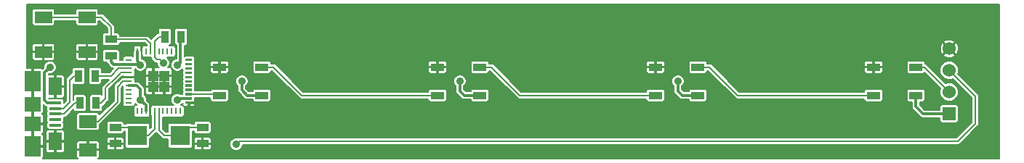
<source format=gtl>
G04 (created by PCBNEW-RS274X (2012-apr-16-27)-stable) date Tue 14 Jan 2014 09:47:31 PM CET*
G01*
G70*
G90*
%MOIN*%
G04 Gerber Fmt 3.4, Leading zero omitted, Abs format*
%FSLAX34Y34*%
G04 APERTURE LIST*
%ADD10C,0.006000*%
%ADD11R,0.080000X0.060000*%
%ADD12R,0.055000X0.035000*%
%ADD13R,0.035000X0.055000*%
%ADD14R,0.060000X0.060000*%
%ADD15C,0.060000*%
%ADD16R,0.090600X0.090600*%
%ADD17R,0.053100X0.015700*%
%ADD18R,0.059100X0.082700*%
%ADD19R,0.074800X0.094500*%
%ADD20R,0.074800X0.070900*%
%ADD21R,0.031000X0.011000*%
%ADD22R,0.011000X0.031000*%
%ADD23R,0.050000X0.050000*%
%ADD24R,0.078700X0.055100*%
%ADD25R,0.059100X0.035400*%
%ADD26C,0.035000*%
%ADD27C,0.008000*%
%ADD28C,0.012000*%
%ADD29C,0.005000*%
G04 APERTURE END LIST*
G54D10*
G54D11*
X38000Y-24600D03*
X38000Y-25900D03*
G54D12*
X43250Y-25625D03*
X43250Y-24875D03*
X39250Y-25625D03*
X39250Y-24875D03*
G54D13*
X38375Y-23750D03*
X37625Y-23750D03*
X38325Y-22500D03*
X37575Y-22500D03*
G54D12*
X39050Y-20825D03*
X39050Y-21575D03*
G54D14*
X77500Y-24250D03*
G54D15*
X77500Y-23250D03*
X77500Y-22250D03*
X77500Y-21250D03*
G54D16*
X42234Y-25250D03*
X40266Y-25250D03*
G54D17*
X36500Y-24250D03*
X36500Y-23994D03*
X36500Y-24506D03*
X36500Y-23738D03*
X36500Y-24762D03*
G54D18*
X36500Y-22990D03*
X36500Y-25510D03*
G54D19*
X35457Y-22754D03*
X35457Y-25746D03*
G54D20*
X35457Y-23797D03*
X35457Y-24703D03*
G54D21*
X39875Y-21765D03*
G54D22*
X40265Y-24125D03*
G54D10*
G36*
X42470Y-23680D02*
X42780Y-23680D01*
X42780Y-23790D01*
X42470Y-23790D01*
X42470Y-23680D01*
X42470Y-23680D01*
G37*
G54D22*
X42235Y-21375D03*
G54D21*
X39875Y-21962D03*
G54D22*
X40462Y-24125D03*
G54D10*
G36*
X42470Y-23483D02*
X42780Y-23483D01*
X42780Y-23593D01*
X42470Y-23593D01*
X42470Y-23483D01*
X42470Y-23483D01*
G37*
G54D22*
X42038Y-21375D03*
G54D21*
X39875Y-22159D03*
G54D22*
X40659Y-24125D03*
G54D10*
G36*
X42470Y-23286D02*
X42780Y-23286D01*
X42780Y-23396D01*
X42470Y-23396D01*
X42470Y-23286D01*
X42470Y-23286D01*
G37*
G54D22*
X41841Y-21375D03*
G54D21*
X39875Y-22356D03*
G54D22*
X40856Y-24125D03*
G54D10*
G36*
X42470Y-23089D02*
X42780Y-23089D01*
X42780Y-23199D01*
X42470Y-23199D01*
X42470Y-23089D01*
X42470Y-23089D01*
G37*
G54D22*
X41644Y-21375D03*
G54D21*
X39875Y-22553D03*
G54D22*
X41053Y-24125D03*
G54D10*
G36*
X42470Y-22892D02*
X42780Y-22892D01*
X42780Y-23002D01*
X42470Y-23002D01*
X42470Y-22892D01*
X42470Y-22892D01*
G37*
G54D22*
X41447Y-21375D03*
G54D21*
X39875Y-22750D03*
G54D22*
X41250Y-24125D03*
G54D10*
G36*
X42470Y-22695D02*
X42780Y-22695D01*
X42780Y-22805D01*
X42470Y-22805D01*
X42470Y-22695D01*
X42470Y-22695D01*
G37*
G54D22*
X41250Y-21375D03*
G54D21*
X39875Y-22947D03*
G54D22*
X41447Y-24125D03*
G54D10*
G36*
X42470Y-22498D02*
X42780Y-22498D01*
X42780Y-22608D01*
X42470Y-22608D01*
X42470Y-22498D01*
X42470Y-22498D01*
G37*
G54D22*
X41053Y-21375D03*
G54D21*
X39875Y-23144D03*
G54D22*
X41644Y-24125D03*
G54D10*
G36*
X42470Y-22301D02*
X42780Y-22301D01*
X42780Y-22411D01*
X42470Y-22411D01*
X42470Y-22301D01*
X42470Y-22301D01*
G37*
G54D22*
X40856Y-21375D03*
G54D21*
X39875Y-23341D03*
G54D22*
X41841Y-24125D03*
G54D10*
G36*
X42470Y-22104D02*
X42780Y-22104D01*
X42780Y-22214D01*
X42470Y-22214D01*
X42470Y-22104D01*
X42470Y-22104D01*
G37*
G54D22*
X40659Y-21375D03*
G54D21*
X39875Y-23538D03*
G54D22*
X42038Y-24125D03*
G54D10*
G36*
X42470Y-21907D02*
X42780Y-21907D01*
X42780Y-22017D01*
X42470Y-22017D01*
X42470Y-21907D01*
X42470Y-21907D01*
G37*
G54D22*
X40462Y-21375D03*
G54D21*
X39875Y-23735D03*
G54D22*
X42235Y-24125D03*
G54D10*
G36*
X42470Y-21710D02*
X42780Y-21710D01*
X42780Y-21820D01*
X42470Y-21820D01*
X42470Y-21710D01*
X42470Y-21710D01*
G37*
G54D22*
X40265Y-21375D03*
G54D23*
X41000Y-22500D03*
X41500Y-22500D03*
X41000Y-23000D03*
X41500Y-23000D03*
G54D13*
X41525Y-20700D03*
X42275Y-20700D03*
G54D24*
X37950Y-19800D03*
X37950Y-21400D03*
X35950Y-19800D03*
X35950Y-21400D03*
G54D25*
X45970Y-23400D03*
X45970Y-22100D03*
X44030Y-23400D03*
X44030Y-22100D03*
X55970Y-23400D03*
X55970Y-22100D03*
X54030Y-23400D03*
X54030Y-22100D03*
X65970Y-23400D03*
X65970Y-22100D03*
X64030Y-23400D03*
X64030Y-22100D03*
X75970Y-23400D03*
X75970Y-22100D03*
X74030Y-23400D03*
X74030Y-22100D03*
G54D26*
X44800Y-25650D03*
X41450Y-21900D03*
X55050Y-22750D03*
X65050Y-22750D03*
X36250Y-22100D03*
X45050Y-22750D03*
X42100Y-23600D03*
X40400Y-23600D03*
X40400Y-22000D03*
X42100Y-22000D03*
G54D27*
X42625Y-24125D02*
X42750Y-24250D01*
X40856Y-24125D02*
X40856Y-23644D01*
X40856Y-23644D02*
X41000Y-23500D01*
X40856Y-24394D02*
X40750Y-24500D01*
X42625Y-23735D02*
X42985Y-23735D01*
X40856Y-24125D02*
X40856Y-24394D01*
X42985Y-23735D02*
X43000Y-23750D01*
X42625Y-23735D02*
X42625Y-24125D01*
X39050Y-20250D02*
X38600Y-19800D01*
X39050Y-20825D02*
X39050Y-20250D01*
X38600Y-19800D02*
X37950Y-19800D01*
X35950Y-19800D02*
X37950Y-19800D01*
X40856Y-21006D02*
X40675Y-20825D01*
X40675Y-20825D02*
X39050Y-20825D01*
X40856Y-21375D02*
X40856Y-21006D01*
X40750Y-25250D02*
X40266Y-25250D01*
X41053Y-24947D02*
X40750Y-25250D01*
X39891Y-24875D02*
X39250Y-24875D01*
X41053Y-24125D02*
X41053Y-24947D01*
X40266Y-25250D02*
X39891Y-24875D01*
X39350Y-23000D02*
X39600Y-22750D01*
X38000Y-24600D02*
X38450Y-24600D01*
X39600Y-22750D02*
X39875Y-22750D01*
X38450Y-24600D02*
X39350Y-23700D01*
X39350Y-23700D02*
X39350Y-23000D01*
X77500Y-23250D02*
X76350Y-22100D01*
X76350Y-22100D02*
X75970Y-22100D01*
X42609Y-24875D02*
X43250Y-24875D01*
X41500Y-25250D02*
X42234Y-25250D01*
X41250Y-24125D02*
X41250Y-25000D01*
X42234Y-25250D02*
X42609Y-24875D01*
X41250Y-25000D02*
X41500Y-25250D01*
X42625Y-23341D02*
X43971Y-23341D01*
X43971Y-23341D02*
X44030Y-23400D01*
X36900Y-24250D02*
X37400Y-23750D01*
X37400Y-23750D02*
X37625Y-23750D01*
X36500Y-24250D02*
X36900Y-24250D01*
X37350Y-22500D02*
X37575Y-22500D01*
X36856Y-23994D02*
X37150Y-23700D01*
X37150Y-23700D02*
X37150Y-22700D01*
X36500Y-23994D02*
X36856Y-23994D01*
X37150Y-22700D02*
X37350Y-22500D01*
X64030Y-23400D02*
X57800Y-23400D01*
X56500Y-22100D02*
X55970Y-22100D01*
X57800Y-23400D02*
X56500Y-22100D01*
X74030Y-23400D02*
X67800Y-23400D01*
X66500Y-22100D02*
X65970Y-22100D01*
X67800Y-23400D02*
X66500Y-22100D01*
X38600Y-23750D02*
X38800Y-23550D01*
X38800Y-23050D02*
X39250Y-22600D01*
X39606Y-22356D02*
X39600Y-22350D01*
X38800Y-23550D02*
X38800Y-23050D01*
X39606Y-22356D02*
X39506Y-22356D01*
X39606Y-22356D02*
X39875Y-22356D01*
X39450Y-22400D02*
X39250Y-22600D01*
X39506Y-22356D02*
X39462Y-22400D01*
X38600Y-23750D02*
X38375Y-23750D01*
X39462Y-22400D02*
X39450Y-22400D01*
X39050Y-22500D02*
X38325Y-22500D01*
X39391Y-22159D02*
X39050Y-22500D01*
X39875Y-22159D02*
X39391Y-22159D01*
X54030Y-23400D02*
X47800Y-23400D01*
X46500Y-22100D02*
X45970Y-22100D01*
X47800Y-23400D02*
X46500Y-22100D01*
X41053Y-20897D02*
X41250Y-20700D01*
X41053Y-21375D02*
X41053Y-20897D01*
X78700Y-23450D02*
X77500Y-22250D01*
X41300Y-21750D02*
X41450Y-21900D01*
X44800Y-25650D02*
X44950Y-25500D01*
X77900Y-25500D02*
X78700Y-24700D01*
X41053Y-21653D02*
X41150Y-21750D01*
X41053Y-21375D02*
X41053Y-21653D01*
X41250Y-20700D02*
X41525Y-20700D01*
X44950Y-25500D02*
X77900Y-25500D01*
X41150Y-21750D02*
X41300Y-21750D01*
X78700Y-24700D02*
X78700Y-23450D01*
G54D28*
X55970Y-23400D02*
X55250Y-23400D01*
X77500Y-24250D02*
X76300Y-24250D01*
X55050Y-23200D02*
X55050Y-22750D01*
X55250Y-23400D02*
X55050Y-23200D01*
X76300Y-24250D02*
X75970Y-23920D01*
X65250Y-23400D02*
X65050Y-23200D01*
X65050Y-23200D02*
X65050Y-22750D01*
X65970Y-23400D02*
X65250Y-23400D01*
X39875Y-21962D02*
X40388Y-21962D01*
X75970Y-23920D02*
X75970Y-23400D01*
X40265Y-21815D02*
X40265Y-21375D01*
X39875Y-21962D02*
X39162Y-21962D01*
X45300Y-23400D02*
X45050Y-23150D01*
X45050Y-23150D02*
X45050Y-22750D01*
X36138Y-23738D02*
X36000Y-23600D01*
X40659Y-24125D02*
X40659Y-23859D01*
X45970Y-23400D02*
X45300Y-23400D01*
X40247Y-22947D02*
X39875Y-22947D01*
X36500Y-23738D02*
X36138Y-23738D01*
X40247Y-22947D02*
X40400Y-23100D01*
X36000Y-22350D02*
X36250Y-22100D01*
X36000Y-23600D02*
X36000Y-22350D01*
X42625Y-23538D02*
X42062Y-23538D01*
X40388Y-21962D02*
X40400Y-22000D01*
X42062Y-23538D02*
X42100Y-23600D01*
X40659Y-23859D02*
X40400Y-23600D01*
X42235Y-21915D02*
X42100Y-22000D01*
X42235Y-21375D02*
X42235Y-21915D01*
X39162Y-21962D02*
X39050Y-21850D01*
X42235Y-21375D02*
X42235Y-20740D01*
X40400Y-23600D02*
X40400Y-23100D01*
X39050Y-21850D02*
X39050Y-21575D01*
X40265Y-21815D02*
X40400Y-22000D01*
X42235Y-20740D02*
X42275Y-20700D01*
G54D10*
G36*
X79800Y-26300D02*
X78865Y-26300D01*
X78865Y-24700D01*
X78865Y-23450D01*
X78852Y-23387D01*
X78817Y-23333D01*
X77893Y-22409D01*
X77925Y-22335D01*
X77925Y-22166D01*
X77919Y-22151D01*
X77919Y-21325D01*
X77915Y-21159D01*
X77858Y-21021D01*
X77796Y-20990D01*
X77760Y-21025D01*
X77760Y-20954D01*
X77729Y-20892D01*
X77575Y-20831D01*
X77409Y-20835D01*
X77271Y-20892D01*
X77240Y-20954D01*
X77500Y-21215D01*
X77760Y-20954D01*
X77760Y-21025D01*
X77535Y-21250D01*
X77796Y-21510D01*
X77858Y-21479D01*
X77919Y-21325D01*
X77919Y-22151D01*
X77861Y-22010D01*
X77760Y-21909D01*
X77760Y-21546D01*
X77500Y-21285D01*
X77465Y-21320D01*
X77465Y-21250D01*
X77204Y-20990D01*
X77142Y-21021D01*
X77081Y-21175D01*
X77085Y-21341D01*
X77142Y-21479D01*
X77204Y-21510D01*
X77465Y-21250D01*
X77465Y-21320D01*
X77240Y-21546D01*
X77271Y-21608D01*
X77425Y-21669D01*
X77591Y-21665D01*
X77729Y-21608D01*
X77760Y-21546D01*
X77760Y-21909D01*
X77741Y-21890D01*
X77585Y-21825D01*
X77416Y-21825D01*
X77260Y-21889D01*
X77140Y-22009D01*
X77075Y-22165D01*
X77075Y-22334D01*
X77139Y-22490D01*
X77259Y-22610D01*
X77415Y-22675D01*
X77584Y-22675D01*
X77659Y-22643D01*
X78535Y-23519D01*
X78535Y-24631D01*
X77925Y-25241D01*
X77925Y-24575D01*
X77925Y-24525D01*
X77925Y-23925D01*
X77925Y-23335D01*
X77925Y-23166D01*
X77861Y-23010D01*
X77741Y-22890D01*
X77585Y-22825D01*
X77416Y-22825D01*
X77339Y-22856D01*
X76467Y-21983D01*
X76413Y-21948D01*
X76390Y-21943D01*
X76390Y-21898D01*
X76371Y-21852D01*
X76336Y-21817D01*
X76290Y-21798D01*
X76240Y-21798D01*
X75650Y-21798D01*
X75604Y-21817D01*
X75569Y-21852D01*
X75550Y-21898D01*
X75550Y-21948D01*
X75550Y-22302D01*
X75569Y-22348D01*
X75604Y-22383D01*
X75650Y-22402D01*
X75700Y-22402D01*
X76290Y-22402D01*
X76336Y-22383D01*
X76367Y-22351D01*
X77106Y-23089D01*
X77075Y-23165D01*
X77075Y-23334D01*
X77139Y-23490D01*
X77259Y-23610D01*
X77415Y-23675D01*
X77584Y-23675D01*
X77740Y-23611D01*
X77860Y-23491D01*
X77925Y-23335D01*
X77925Y-23925D01*
X77906Y-23879D01*
X77871Y-23844D01*
X77825Y-23825D01*
X77775Y-23825D01*
X77175Y-23825D01*
X77129Y-23844D01*
X77094Y-23879D01*
X77075Y-23925D01*
X77075Y-23975D01*
X77075Y-24065D01*
X76376Y-24065D01*
X76155Y-23843D01*
X76155Y-23702D01*
X76290Y-23702D01*
X76336Y-23683D01*
X76371Y-23648D01*
X76390Y-23602D01*
X76390Y-23552D01*
X76390Y-23198D01*
X76371Y-23152D01*
X76336Y-23117D01*
X76290Y-23098D01*
X76240Y-23098D01*
X75650Y-23098D01*
X75604Y-23117D01*
X75569Y-23152D01*
X75550Y-23198D01*
X75550Y-23248D01*
X75550Y-23602D01*
X75569Y-23648D01*
X75604Y-23683D01*
X75650Y-23702D01*
X75700Y-23702D01*
X75785Y-23702D01*
X75785Y-23920D01*
X75799Y-23991D01*
X75839Y-24051D01*
X76167Y-24378D01*
X76169Y-24381D01*
X76229Y-24421D01*
X76300Y-24435D01*
X77075Y-24435D01*
X77075Y-24575D01*
X77094Y-24621D01*
X77129Y-24656D01*
X77175Y-24675D01*
X77225Y-24675D01*
X77825Y-24675D01*
X77871Y-24656D01*
X77906Y-24621D01*
X77925Y-24575D01*
X77925Y-25241D01*
X77831Y-25335D01*
X74450Y-25335D01*
X74450Y-23602D01*
X74450Y-23552D01*
X74450Y-23198D01*
X74450Y-22302D01*
X74450Y-22252D01*
X74450Y-22156D01*
X74450Y-22044D01*
X74450Y-21948D01*
X74450Y-21898D01*
X74431Y-21852D01*
X74396Y-21817D01*
X74350Y-21798D01*
X74086Y-21798D01*
X74055Y-21829D01*
X74055Y-22075D01*
X74419Y-22075D01*
X74450Y-22044D01*
X74450Y-22156D01*
X74419Y-22125D01*
X74055Y-22125D01*
X74055Y-22371D01*
X74086Y-22402D01*
X74350Y-22402D01*
X74396Y-22383D01*
X74431Y-22348D01*
X74450Y-22302D01*
X74450Y-23198D01*
X74431Y-23152D01*
X74396Y-23117D01*
X74350Y-23098D01*
X74300Y-23098D01*
X74005Y-23098D01*
X74005Y-22371D01*
X74005Y-22125D01*
X74005Y-22075D01*
X74005Y-21829D01*
X73974Y-21798D01*
X73710Y-21798D01*
X73664Y-21817D01*
X73629Y-21852D01*
X73610Y-21898D01*
X73610Y-21948D01*
X73610Y-22044D01*
X73641Y-22075D01*
X74005Y-22075D01*
X74005Y-22125D01*
X73641Y-22125D01*
X73610Y-22156D01*
X73610Y-22252D01*
X73610Y-22302D01*
X73629Y-22348D01*
X73664Y-22383D01*
X73710Y-22402D01*
X73974Y-22402D01*
X74005Y-22371D01*
X74005Y-23098D01*
X73710Y-23098D01*
X73664Y-23117D01*
X73629Y-23152D01*
X73610Y-23198D01*
X73610Y-23235D01*
X67868Y-23235D01*
X66617Y-21983D01*
X66563Y-21948D01*
X66500Y-21935D01*
X66390Y-21935D01*
X66390Y-21898D01*
X66371Y-21852D01*
X66336Y-21817D01*
X66290Y-21798D01*
X66240Y-21798D01*
X65650Y-21798D01*
X65604Y-21817D01*
X65569Y-21852D01*
X65550Y-21898D01*
X65550Y-21948D01*
X65550Y-22302D01*
X65569Y-22348D01*
X65604Y-22383D01*
X65650Y-22402D01*
X65700Y-22402D01*
X66290Y-22402D01*
X66336Y-22383D01*
X66371Y-22348D01*
X66390Y-22302D01*
X66390Y-22265D01*
X66431Y-22265D01*
X67681Y-23514D01*
X67683Y-23517D01*
X67737Y-23552D01*
X67800Y-23565D01*
X73610Y-23565D01*
X73610Y-23602D01*
X73629Y-23648D01*
X73664Y-23683D01*
X73710Y-23702D01*
X73760Y-23702D01*
X74350Y-23702D01*
X74396Y-23683D01*
X74431Y-23648D01*
X74450Y-23602D01*
X74450Y-25335D01*
X66390Y-25335D01*
X66390Y-23602D01*
X66390Y-23552D01*
X66390Y-23198D01*
X66371Y-23152D01*
X66336Y-23117D01*
X66290Y-23098D01*
X66240Y-23098D01*
X65650Y-23098D01*
X65604Y-23117D01*
X65569Y-23152D01*
X65550Y-23198D01*
X65550Y-23215D01*
X65326Y-23215D01*
X65235Y-23123D01*
X65235Y-22988D01*
X65303Y-22920D01*
X65349Y-22810D01*
X65349Y-22691D01*
X65304Y-22581D01*
X65220Y-22497D01*
X65110Y-22451D01*
X64991Y-22451D01*
X64881Y-22496D01*
X64797Y-22580D01*
X64751Y-22690D01*
X64751Y-22809D01*
X64796Y-22919D01*
X64865Y-22988D01*
X64865Y-23200D01*
X64879Y-23271D01*
X64919Y-23331D01*
X65117Y-23528D01*
X65119Y-23531D01*
X65179Y-23571D01*
X65249Y-23585D01*
X65249Y-23584D01*
X65250Y-23585D01*
X65550Y-23585D01*
X65550Y-23602D01*
X65569Y-23648D01*
X65604Y-23683D01*
X65650Y-23702D01*
X65700Y-23702D01*
X66290Y-23702D01*
X66336Y-23683D01*
X66371Y-23648D01*
X66390Y-23602D01*
X66390Y-25335D01*
X64450Y-25335D01*
X64450Y-23602D01*
X64450Y-23552D01*
X64450Y-23198D01*
X64450Y-22302D01*
X64450Y-22252D01*
X64450Y-22156D01*
X64450Y-22044D01*
X64450Y-21948D01*
X64450Y-21898D01*
X64431Y-21852D01*
X64396Y-21817D01*
X64350Y-21798D01*
X64086Y-21798D01*
X64055Y-21829D01*
X64055Y-22075D01*
X64419Y-22075D01*
X64450Y-22044D01*
X64450Y-22156D01*
X64419Y-22125D01*
X64055Y-22125D01*
X64055Y-22371D01*
X64086Y-22402D01*
X64350Y-22402D01*
X64396Y-22383D01*
X64431Y-22348D01*
X64450Y-22302D01*
X64450Y-23198D01*
X64431Y-23152D01*
X64396Y-23117D01*
X64350Y-23098D01*
X64300Y-23098D01*
X64005Y-23098D01*
X64005Y-22371D01*
X64005Y-22125D01*
X64005Y-22075D01*
X64005Y-21829D01*
X63974Y-21798D01*
X63710Y-21798D01*
X63664Y-21817D01*
X63629Y-21852D01*
X63610Y-21898D01*
X63610Y-21948D01*
X63610Y-22044D01*
X63641Y-22075D01*
X64005Y-22075D01*
X64005Y-22125D01*
X63641Y-22125D01*
X63610Y-22156D01*
X63610Y-22252D01*
X63610Y-22302D01*
X63629Y-22348D01*
X63664Y-22383D01*
X63710Y-22402D01*
X63974Y-22402D01*
X64005Y-22371D01*
X64005Y-23098D01*
X63710Y-23098D01*
X63664Y-23117D01*
X63629Y-23152D01*
X63610Y-23198D01*
X63610Y-23235D01*
X57868Y-23235D01*
X56617Y-21983D01*
X56563Y-21948D01*
X56500Y-21935D01*
X56390Y-21935D01*
X56390Y-21898D01*
X56371Y-21852D01*
X56336Y-21817D01*
X56290Y-21798D01*
X56240Y-21798D01*
X55650Y-21798D01*
X55604Y-21817D01*
X55569Y-21852D01*
X55550Y-21898D01*
X55550Y-21948D01*
X55550Y-22302D01*
X55569Y-22348D01*
X55604Y-22383D01*
X55650Y-22402D01*
X55700Y-22402D01*
X56290Y-22402D01*
X56336Y-22383D01*
X56371Y-22348D01*
X56390Y-22302D01*
X56390Y-22265D01*
X56431Y-22265D01*
X57681Y-23514D01*
X57683Y-23517D01*
X57737Y-23552D01*
X57800Y-23565D01*
X63610Y-23565D01*
X63610Y-23602D01*
X63629Y-23648D01*
X63664Y-23683D01*
X63710Y-23702D01*
X63760Y-23702D01*
X64350Y-23702D01*
X64396Y-23683D01*
X64431Y-23648D01*
X64450Y-23602D01*
X64450Y-25335D01*
X56390Y-25335D01*
X56390Y-23602D01*
X56390Y-23552D01*
X56390Y-23198D01*
X56371Y-23152D01*
X56336Y-23117D01*
X56290Y-23098D01*
X56240Y-23098D01*
X55650Y-23098D01*
X55604Y-23117D01*
X55569Y-23152D01*
X55550Y-23198D01*
X55550Y-23215D01*
X55326Y-23215D01*
X55235Y-23123D01*
X55235Y-22988D01*
X55303Y-22920D01*
X55349Y-22810D01*
X55349Y-22691D01*
X55304Y-22581D01*
X55220Y-22497D01*
X55110Y-22451D01*
X54991Y-22451D01*
X54881Y-22496D01*
X54797Y-22580D01*
X54751Y-22690D01*
X54751Y-22809D01*
X54796Y-22919D01*
X54865Y-22988D01*
X54865Y-23200D01*
X54879Y-23271D01*
X54919Y-23331D01*
X55117Y-23528D01*
X55119Y-23531D01*
X55179Y-23571D01*
X55249Y-23585D01*
X55249Y-23584D01*
X55250Y-23585D01*
X55550Y-23585D01*
X55550Y-23602D01*
X55569Y-23648D01*
X55604Y-23683D01*
X55650Y-23702D01*
X55700Y-23702D01*
X56290Y-23702D01*
X56336Y-23683D01*
X56371Y-23648D01*
X56390Y-23602D01*
X56390Y-25335D01*
X54450Y-25335D01*
X54450Y-23602D01*
X54450Y-23552D01*
X54450Y-23198D01*
X54450Y-22302D01*
X54450Y-22252D01*
X54450Y-22156D01*
X54450Y-22044D01*
X54450Y-21948D01*
X54450Y-21898D01*
X54431Y-21852D01*
X54396Y-21817D01*
X54350Y-21798D01*
X54086Y-21798D01*
X54055Y-21829D01*
X54055Y-22075D01*
X54419Y-22075D01*
X54450Y-22044D01*
X54450Y-22156D01*
X54419Y-22125D01*
X54055Y-22125D01*
X54055Y-22371D01*
X54086Y-22402D01*
X54350Y-22402D01*
X54396Y-22383D01*
X54431Y-22348D01*
X54450Y-22302D01*
X54450Y-23198D01*
X54431Y-23152D01*
X54396Y-23117D01*
X54350Y-23098D01*
X54300Y-23098D01*
X54005Y-23098D01*
X54005Y-22371D01*
X54005Y-22125D01*
X54005Y-22075D01*
X54005Y-21829D01*
X53974Y-21798D01*
X53710Y-21798D01*
X53664Y-21817D01*
X53629Y-21852D01*
X53610Y-21898D01*
X53610Y-21948D01*
X53610Y-22044D01*
X53641Y-22075D01*
X54005Y-22075D01*
X54005Y-22125D01*
X53641Y-22125D01*
X53610Y-22156D01*
X53610Y-22252D01*
X53610Y-22302D01*
X53629Y-22348D01*
X53664Y-22383D01*
X53710Y-22402D01*
X53974Y-22402D01*
X54005Y-22371D01*
X54005Y-23098D01*
X53710Y-23098D01*
X53664Y-23117D01*
X53629Y-23152D01*
X53610Y-23198D01*
X53610Y-23235D01*
X47868Y-23235D01*
X46617Y-21983D01*
X46563Y-21948D01*
X46500Y-21935D01*
X46390Y-21935D01*
X46390Y-21898D01*
X46371Y-21852D01*
X46336Y-21817D01*
X46290Y-21798D01*
X46240Y-21798D01*
X45650Y-21798D01*
X45604Y-21817D01*
X45569Y-21852D01*
X45550Y-21898D01*
X45550Y-21948D01*
X45550Y-22302D01*
X45569Y-22348D01*
X45604Y-22383D01*
X45650Y-22402D01*
X45700Y-22402D01*
X46290Y-22402D01*
X46336Y-22383D01*
X46371Y-22348D01*
X46390Y-22302D01*
X46390Y-22265D01*
X46431Y-22265D01*
X47681Y-23514D01*
X47683Y-23517D01*
X47737Y-23552D01*
X47800Y-23565D01*
X53610Y-23565D01*
X53610Y-23602D01*
X53629Y-23648D01*
X53664Y-23683D01*
X53710Y-23702D01*
X53760Y-23702D01*
X54350Y-23702D01*
X54396Y-23683D01*
X54431Y-23648D01*
X54450Y-23602D01*
X54450Y-25335D01*
X46390Y-25335D01*
X46390Y-23602D01*
X46390Y-23552D01*
X46390Y-23198D01*
X46371Y-23152D01*
X46336Y-23117D01*
X46290Y-23098D01*
X46240Y-23098D01*
X45650Y-23098D01*
X45604Y-23117D01*
X45569Y-23152D01*
X45550Y-23198D01*
X45550Y-23215D01*
X45376Y-23215D01*
X45235Y-23073D01*
X45235Y-22988D01*
X45303Y-22920D01*
X45349Y-22810D01*
X45349Y-22691D01*
X45304Y-22581D01*
X45220Y-22497D01*
X45110Y-22451D01*
X44991Y-22451D01*
X44881Y-22496D01*
X44797Y-22580D01*
X44751Y-22690D01*
X44751Y-22809D01*
X44796Y-22919D01*
X44865Y-22988D01*
X44865Y-23150D01*
X44879Y-23221D01*
X44919Y-23281D01*
X45167Y-23528D01*
X45169Y-23531D01*
X45229Y-23571D01*
X45300Y-23585D01*
X45550Y-23585D01*
X45550Y-23602D01*
X45569Y-23648D01*
X45604Y-23683D01*
X45650Y-23702D01*
X45700Y-23702D01*
X46290Y-23702D01*
X46336Y-23683D01*
X46371Y-23648D01*
X46390Y-23602D01*
X46390Y-25335D01*
X44950Y-25335D01*
X44887Y-25348D01*
X44873Y-25356D01*
X44860Y-25351D01*
X44741Y-25351D01*
X44631Y-25396D01*
X44547Y-25480D01*
X44501Y-25590D01*
X44501Y-25709D01*
X44546Y-25819D01*
X44630Y-25903D01*
X44740Y-25949D01*
X44859Y-25949D01*
X44969Y-25904D01*
X45053Y-25820D01*
X45099Y-25710D01*
X45099Y-25665D01*
X77900Y-25665D01*
X77963Y-25652D01*
X78017Y-25617D01*
X78814Y-24818D01*
X78816Y-24817D01*
X78817Y-24817D01*
X78852Y-24763D01*
X78865Y-24700D01*
X78865Y-26300D01*
X44450Y-26300D01*
X44450Y-23602D01*
X44450Y-23552D01*
X44450Y-23198D01*
X44450Y-22302D01*
X44450Y-22252D01*
X44450Y-22156D01*
X44450Y-22044D01*
X44450Y-21948D01*
X44450Y-21898D01*
X44431Y-21852D01*
X44396Y-21817D01*
X44350Y-21798D01*
X44086Y-21798D01*
X44055Y-21829D01*
X44055Y-22075D01*
X44419Y-22075D01*
X44450Y-22044D01*
X44450Y-22156D01*
X44419Y-22125D01*
X44055Y-22125D01*
X44055Y-22371D01*
X44086Y-22402D01*
X44350Y-22402D01*
X44396Y-22383D01*
X44431Y-22348D01*
X44450Y-22302D01*
X44450Y-23198D01*
X44431Y-23152D01*
X44396Y-23117D01*
X44350Y-23098D01*
X44300Y-23098D01*
X44005Y-23098D01*
X44005Y-22371D01*
X44005Y-22125D01*
X44005Y-22075D01*
X44005Y-21829D01*
X43974Y-21798D01*
X43710Y-21798D01*
X43664Y-21817D01*
X43629Y-21852D01*
X43610Y-21898D01*
X43610Y-21948D01*
X43610Y-22044D01*
X43641Y-22075D01*
X44005Y-22075D01*
X44005Y-22125D01*
X43641Y-22125D01*
X43610Y-22156D01*
X43610Y-22252D01*
X43610Y-22302D01*
X43629Y-22348D01*
X43664Y-22383D01*
X43710Y-22402D01*
X43974Y-22402D01*
X44005Y-22371D01*
X44005Y-23098D01*
X43710Y-23098D01*
X43664Y-23117D01*
X43629Y-23152D01*
X43619Y-23176D01*
X42905Y-23176D01*
X42905Y-23174D01*
X42905Y-23064D01*
X42897Y-23045D01*
X42905Y-23027D01*
X42905Y-22977D01*
X42905Y-22867D01*
X42897Y-22848D01*
X42905Y-22830D01*
X42905Y-22780D01*
X42905Y-22670D01*
X42897Y-22651D01*
X42905Y-22633D01*
X42905Y-22583D01*
X42905Y-22473D01*
X42897Y-22454D01*
X42905Y-22436D01*
X42905Y-22386D01*
X42905Y-22276D01*
X42897Y-22257D01*
X42905Y-22239D01*
X42905Y-22189D01*
X42905Y-22079D01*
X42897Y-22060D01*
X42905Y-22042D01*
X42905Y-21992D01*
X42905Y-21882D01*
X42897Y-21863D01*
X42905Y-21845D01*
X42905Y-21795D01*
X42905Y-21685D01*
X42886Y-21639D01*
X42851Y-21604D01*
X42805Y-21585D01*
X42755Y-21585D01*
X42445Y-21585D01*
X42420Y-21595D01*
X42420Y-21375D01*
X42420Y-21100D01*
X42475Y-21100D01*
X42521Y-21081D01*
X42556Y-21046D01*
X42575Y-21000D01*
X42575Y-20950D01*
X42575Y-20400D01*
X42556Y-20354D01*
X42521Y-20319D01*
X42475Y-20300D01*
X42425Y-20300D01*
X42075Y-20300D01*
X42029Y-20319D01*
X41994Y-20354D01*
X41975Y-20400D01*
X41975Y-20450D01*
X41975Y-21000D01*
X41994Y-21046D01*
X42029Y-21081D01*
X42050Y-21089D01*
X42050Y-21375D01*
X42050Y-21701D01*
X42041Y-21701D01*
X41931Y-21746D01*
X41847Y-21830D01*
X41801Y-21940D01*
X41801Y-22059D01*
X41846Y-22169D01*
X41821Y-22144D01*
X41775Y-22125D01*
X41648Y-22125D01*
X41703Y-22070D01*
X41749Y-21960D01*
X41749Y-21841D01*
X41704Y-21731D01*
X41628Y-21655D01*
X41724Y-21655D01*
X41742Y-21647D01*
X41761Y-21655D01*
X41811Y-21655D01*
X41921Y-21655D01*
X41939Y-21647D01*
X41958Y-21655D01*
X41982Y-21655D01*
X42013Y-21624D01*
X42013Y-21574D01*
X42021Y-21555D01*
X42021Y-21505D01*
X42021Y-21195D01*
X42013Y-21175D01*
X42013Y-21126D01*
X41982Y-21095D01*
X41958Y-21095D01*
X41939Y-21102D01*
X41921Y-21095D01*
X41871Y-21095D01*
X41761Y-21095D01*
X41742Y-21102D01*
X41730Y-21097D01*
X41771Y-21081D01*
X41806Y-21046D01*
X41825Y-21000D01*
X41825Y-20950D01*
X41825Y-20400D01*
X41806Y-20354D01*
X41771Y-20319D01*
X41725Y-20300D01*
X41675Y-20300D01*
X41325Y-20300D01*
X41279Y-20319D01*
X41244Y-20354D01*
X41225Y-20400D01*
X41225Y-20450D01*
X41225Y-20540D01*
X41187Y-20548D01*
X41133Y-20583D01*
X41131Y-20585D01*
X40936Y-20780D01*
X40907Y-20824D01*
X40792Y-20708D01*
X40738Y-20673D01*
X40675Y-20660D01*
X39450Y-20660D01*
X39450Y-20625D01*
X39431Y-20579D01*
X39396Y-20544D01*
X39350Y-20525D01*
X39300Y-20525D01*
X39215Y-20525D01*
X39215Y-20250D01*
X39202Y-20187D01*
X39167Y-20133D01*
X39164Y-20131D01*
X38717Y-19683D01*
X38663Y-19648D01*
X38600Y-19635D01*
X38468Y-19635D01*
X38468Y-19500D01*
X38449Y-19454D01*
X38414Y-19419D01*
X38368Y-19400D01*
X38318Y-19400D01*
X37532Y-19400D01*
X37486Y-19419D01*
X37451Y-19454D01*
X37432Y-19500D01*
X37432Y-19550D01*
X37432Y-19635D01*
X36468Y-19635D01*
X36468Y-19500D01*
X36449Y-19454D01*
X36414Y-19419D01*
X36368Y-19400D01*
X36318Y-19400D01*
X35532Y-19400D01*
X35486Y-19419D01*
X35451Y-19454D01*
X35432Y-19500D01*
X35432Y-19550D01*
X35432Y-20100D01*
X35451Y-20146D01*
X35486Y-20181D01*
X35532Y-20200D01*
X35582Y-20200D01*
X36368Y-20200D01*
X36414Y-20181D01*
X36449Y-20146D01*
X36468Y-20100D01*
X36468Y-20050D01*
X36468Y-19965D01*
X37432Y-19965D01*
X37432Y-20100D01*
X37451Y-20146D01*
X37486Y-20181D01*
X37532Y-20200D01*
X37582Y-20200D01*
X38368Y-20200D01*
X38414Y-20181D01*
X38449Y-20146D01*
X38468Y-20100D01*
X38468Y-20050D01*
X38468Y-19965D01*
X38531Y-19965D01*
X38885Y-20318D01*
X38885Y-20525D01*
X38750Y-20525D01*
X38704Y-20544D01*
X38669Y-20579D01*
X38650Y-20625D01*
X38650Y-20675D01*
X38650Y-21025D01*
X38669Y-21071D01*
X38704Y-21106D01*
X38750Y-21125D01*
X38800Y-21125D01*
X39350Y-21125D01*
X39396Y-21106D01*
X39431Y-21071D01*
X39450Y-21025D01*
X39450Y-20990D01*
X40606Y-20990D01*
X40691Y-21074D01*
X40691Y-21095D01*
X40689Y-21095D01*
X40579Y-21095D01*
X40560Y-21102D01*
X40542Y-21095D01*
X40518Y-21095D01*
X40487Y-21126D01*
X40487Y-21175D01*
X40479Y-21195D01*
X40479Y-21245D01*
X40479Y-21555D01*
X40487Y-21574D01*
X40487Y-21624D01*
X40518Y-21655D01*
X40542Y-21655D01*
X40560Y-21647D01*
X40579Y-21655D01*
X40629Y-21655D01*
X40739Y-21655D01*
X40757Y-21647D01*
X40776Y-21655D01*
X40826Y-21655D01*
X40888Y-21655D01*
X40901Y-21716D01*
X40936Y-21770D01*
X41033Y-21867D01*
X41087Y-21902D01*
X41150Y-21915D01*
X41151Y-21915D01*
X41151Y-21959D01*
X41196Y-22069D01*
X41252Y-22125D01*
X41225Y-22125D01*
X41056Y-22125D01*
X41025Y-22156D01*
X41025Y-22475D01*
X41156Y-22475D01*
X41344Y-22475D01*
X41450Y-22475D01*
X41475Y-22475D01*
X41525Y-22475D01*
X41550Y-22475D01*
X41844Y-22475D01*
X41875Y-22444D01*
X41875Y-22275D01*
X41875Y-22225D01*
X41856Y-22179D01*
X41930Y-22253D01*
X42040Y-22299D01*
X42159Y-22299D01*
X42269Y-22254D01*
X42345Y-22178D01*
X42345Y-22239D01*
X42352Y-22257D01*
X42345Y-22276D01*
X42345Y-22326D01*
X42345Y-22436D01*
X42352Y-22454D01*
X42345Y-22473D01*
X42345Y-22523D01*
X42345Y-22633D01*
X42352Y-22651D01*
X42345Y-22670D01*
X42345Y-22720D01*
X42345Y-22830D01*
X42352Y-22848D01*
X42345Y-22867D01*
X42345Y-22917D01*
X42345Y-23027D01*
X42352Y-23045D01*
X42345Y-23064D01*
X42345Y-23114D01*
X42345Y-23224D01*
X42352Y-23242D01*
X42345Y-23261D01*
X42345Y-23311D01*
X42345Y-23353D01*
X42276Y-23353D01*
X42270Y-23347D01*
X42160Y-23301D01*
X42041Y-23301D01*
X41931Y-23346D01*
X41875Y-23402D01*
X41875Y-23275D01*
X41875Y-23225D01*
X41875Y-23056D01*
X41875Y-22944D01*
X41875Y-22775D01*
X41875Y-22725D01*
X41875Y-22556D01*
X41844Y-22525D01*
X41525Y-22525D01*
X41525Y-22656D01*
X41525Y-22844D01*
X41525Y-22975D01*
X41844Y-22975D01*
X41875Y-22944D01*
X41875Y-23056D01*
X41844Y-23025D01*
X41525Y-23025D01*
X41525Y-23344D01*
X41556Y-23375D01*
X41775Y-23375D01*
X41821Y-23356D01*
X41856Y-23321D01*
X41875Y-23275D01*
X41875Y-23402D01*
X41847Y-23430D01*
X41801Y-23540D01*
X41801Y-23659D01*
X41846Y-23769D01*
X41922Y-23845D01*
X41921Y-23845D01*
X41871Y-23845D01*
X41761Y-23845D01*
X41742Y-23852D01*
X41724Y-23845D01*
X41674Y-23845D01*
X41564Y-23845D01*
X41545Y-23852D01*
X41527Y-23845D01*
X41477Y-23845D01*
X41475Y-23845D01*
X41475Y-23344D01*
X41475Y-23025D01*
X41475Y-22975D01*
X41475Y-22844D01*
X41475Y-22656D01*
X41475Y-22525D01*
X41344Y-22525D01*
X41156Y-22525D01*
X41025Y-22525D01*
X41025Y-22656D01*
X41025Y-22844D01*
X41025Y-22975D01*
X41156Y-22975D01*
X41344Y-22975D01*
X41475Y-22975D01*
X41475Y-23025D01*
X41344Y-23025D01*
X41156Y-23025D01*
X41025Y-23025D01*
X41025Y-23344D01*
X41056Y-23375D01*
X41225Y-23375D01*
X41275Y-23375D01*
X41444Y-23375D01*
X41475Y-23344D01*
X41475Y-23845D01*
X41367Y-23845D01*
X41348Y-23852D01*
X41330Y-23845D01*
X41280Y-23845D01*
X41170Y-23845D01*
X41151Y-23852D01*
X41133Y-23845D01*
X41083Y-23845D01*
X40975Y-23845D01*
X40975Y-23344D01*
X40975Y-23025D01*
X40975Y-22975D01*
X40975Y-22844D01*
X40975Y-22656D01*
X40975Y-22525D01*
X40975Y-22475D01*
X40975Y-22156D01*
X40944Y-22125D01*
X40725Y-22125D01*
X40679Y-22144D01*
X40653Y-22170D01*
X40699Y-22060D01*
X40699Y-21941D01*
X40654Y-21831D01*
X40570Y-21747D01*
X40460Y-21701D01*
X40450Y-21701D01*
X40450Y-21375D01*
X40445Y-21349D01*
X40445Y-21195D01*
X40437Y-21175D01*
X40437Y-21126D01*
X40406Y-21095D01*
X40382Y-21095D01*
X40363Y-21102D01*
X40345Y-21095D01*
X40295Y-21095D01*
X40185Y-21095D01*
X40139Y-21114D01*
X40104Y-21149D01*
X40085Y-21195D01*
X40085Y-21245D01*
X40085Y-21349D01*
X40080Y-21375D01*
X40080Y-21595D01*
X40055Y-21585D01*
X40005Y-21585D01*
X39695Y-21585D01*
X39649Y-21604D01*
X39614Y-21639D01*
X39595Y-21685D01*
X39595Y-21735D01*
X39595Y-21777D01*
X39449Y-21777D01*
X39450Y-21775D01*
X39450Y-21725D01*
X39450Y-21375D01*
X39431Y-21329D01*
X39396Y-21294D01*
X39350Y-21275D01*
X39300Y-21275D01*
X38750Y-21275D01*
X38704Y-21294D01*
X38669Y-21329D01*
X38650Y-21375D01*
X38650Y-21425D01*
X38650Y-21775D01*
X38669Y-21821D01*
X38704Y-21856D01*
X38750Y-21875D01*
X38800Y-21875D01*
X38869Y-21875D01*
X38879Y-21921D01*
X38919Y-21981D01*
X39031Y-22093D01*
X39091Y-22133D01*
X39162Y-22147D01*
X39169Y-22147D01*
X38981Y-22335D01*
X38625Y-22335D01*
X38625Y-22200D01*
X38606Y-22154D01*
X38571Y-22119D01*
X38525Y-22100D01*
X38475Y-22100D01*
X38468Y-22100D01*
X38468Y-21700D01*
X38468Y-21650D01*
X38468Y-21456D01*
X38468Y-21344D01*
X38468Y-21150D01*
X38468Y-21100D01*
X38449Y-21054D01*
X38414Y-21019D01*
X38368Y-21000D01*
X38006Y-21000D01*
X37975Y-21031D01*
X37975Y-21375D01*
X38437Y-21375D01*
X38468Y-21344D01*
X38468Y-21456D01*
X38437Y-21425D01*
X37975Y-21425D01*
X37975Y-21769D01*
X38006Y-21800D01*
X38368Y-21800D01*
X38414Y-21781D01*
X38449Y-21746D01*
X38468Y-21700D01*
X38468Y-22100D01*
X38125Y-22100D01*
X38079Y-22119D01*
X38044Y-22154D01*
X38025Y-22200D01*
X38025Y-22250D01*
X38025Y-22800D01*
X38044Y-22846D01*
X38079Y-22881D01*
X38125Y-22900D01*
X38175Y-22900D01*
X38525Y-22900D01*
X38571Y-22881D01*
X38606Y-22846D01*
X38625Y-22800D01*
X38625Y-22750D01*
X38625Y-22665D01*
X38951Y-22665D01*
X38683Y-22933D01*
X38648Y-22987D01*
X38635Y-23050D01*
X38635Y-23383D01*
X38621Y-23369D01*
X38575Y-23350D01*
X38525Y-23350D01*
X38175Y-23350D01*
X38129Y-23369D01*
X38094Y-23404D01*
X38075Y-23450D01*
X38075Y-23500D01*
X38075Y-24050D01*
X38094Y-24096D01*
X38129Y-24131D01*
X38175Y-24150D01*
X38225Y-24150D01*
X38575Y-24150D01*
X38621Y-24131D01*
X38656Y-24096D01*
X38675Y-24050D01*
X38675Y-24000D01*
X38675Y-23894D01*
X38717Y-23867D01*
X38914Y-23668D01*
X38916Y-23667D01*
X38917Y-23667D01*
X38951Y-23614D01*
X38952Y-23613D01*
X38962Y-23564D01*
X38965Y-23551D01*
X38964Y-23550D01*
X38965Y-23550D01*
X38965Y-23118D01*
X39364Y-22718D01*
X39366Y-22717D01*
X39367Y-22717D01*
X39542Y-22540D01*
X39572Y-22521D01*
X39606Y-22521D01*
X39619Y-22521D01*
X39626Y-22528D01*
X39675Y-22528D01*
X39695Y-22536D01*
X39745Y-22536D01*
X40055Y-22536D01*
X40074Y-22528D01*
X40124Y-22528D01*
X40155Y-22497D01*
X40155Y-22473D01*
X40147Y-22454D01*
X40155Y-22436D01*
X40155Y-22386D01*
X40155Y-22276D01*
X40147Y-22257D01*
X40155Y-22239D01*
X40155Y-22189D01*
X40155Y-22178D01*
X40230Y-22253D01*
X40340Y-22299D01*
X40459Y-22299D01*
X40569Y-22254D01*
X40644Y-22179D01*
X40625Y-22225D01*
X40625Y-22275D01*
X40625Y-22444D01*
X40656Y-22475D01*
X40975Y-22475D01*
X40975Y-22525D01*
X40656Y-22525D01*
X40625Y-22556D01*
X40625Y-22725D01*
X40625Y-22775D01*
X40625Y-22944D01*
X40656Y-22975D01*
X40975Y-22975D01*
X40975Y-23025D01*
X40656Y-23025D01*
X40625Y-23056D01*
X40625Y-23225D01*
X40625Y-23275D01*
X40644Y-23321D01*
X40679Y-23356D01*
X40725Y-23375D01*
X40944Y-23375D01*
X40975Y-23344D01*
X40975Y-23845D01*
X40973Y-23845D01*
X40954Y-23852D01*
X40936Y-23845D01*
X40912Y-23845D01*
X40881Y-23876D01*
X40881Y-23925D01*
X40873Y-23945D01*
X40873Y-23995D01*
X40873Y-24305D01*
X40881Y-24324D01*
X40881Y-24374D01*
X40888Y-24381D01*
X40888Y-24878D01*
X40844Y-24922D01*
X40844Y-24772D01*
X40844Y-24125D01*
X40844Y-23859D01*
X40830Y-23788D01*
X40790Y-23728D01*
X40699Y-23637D01*
X40699Y-23541D01*
X40654Y-23431D01*
X40585Y-23362D01*
X40585Y-23100D01*
X40571Y-23029D01*
X40531Y-22969D01*
X40378Y-22816D01*
X40318Y-22776D01*
X40247Y-22762D01*
X40155Y-22762D01*
X40155Y-22670D01*
X40147Y-22651D01*
X40155Y-22633D01*
X40155Y-22609D01*
X40124Y-22578D01*
X40074Y-22578D01*
X40055Y-22570D01*
X40005Y-22570D01*
X39695Y-22570D01*
X39675Y-22578D01*
X39626Y-22578D01*
X39619Y-22585D01*
X39600Y-22585D01*
X39537Y-22598D01*
X39483Y-22633D01*
X39481Y-22635D01*
X39233Y-22883D01*
X39198Y-22937D01*
X39185Y-23000D01*
X39185Y-23631D01*
X38525Y-24291D01*
X38525Y-24275D01*
X38506Y-24229D01*
X38471Y-24194D01*
X38425Y-24175D01*
X38375Y-24175D01*
X37925Y-24175D01*
X37925Y-24050D01*
X37925Y-24000D01*
X37925Y-23450D01*
X37925Y-21769D01*
X37925Y-21425D01*
X37925Y-21375D01*
X37925Y-21031D01*
X37894Y-21000D01*
X37532Y-21000D01*
X37486Y-21019D01*
X37451Y-21054D01*
X37432Y-21100D01*
X37432Y-21150D01*
X37432Y-21344D01*
X37463Y-21375D01*
X37925Y-21375D01*
X37925Y-21425D01*
X37463Y-21425D01*
X37432Y-21456D01*
X37432Y-21650D01*
X37432Y-21700D01*
X37451Y-21746D01*
X37486Y-21781D01*
X37532Y-21800D01*
X37894Y-21800D01*
X37925Y-21769D01*
X37925Y-23450D01*
X37906Y-23404D01*
X37871Y-23369D01*
X37825Y-23350D01*
X37775Y-23350D01*
X37425Y-23350D01*
X37379Y-23369D01*
X37344Y-23404D01*
X37325Y-23450D01*
X37325Y-23500D01*
X37325Y-23605D01*
X37315Y-23612D01*
X37315Y-22867D01*
X37329Y-22881D01*
X37375Y-22900D01*
X37425Y-22900D01*
X37775Y-22900D01*
X37821Y-22881D01*
X37856Y-22846D01*
X37875Y-22800D01*
X37875Y-22750D01*
X37875Y-22200D01*
X37856Y-22154D01*
X37821Y-22119D01*
X37775Y-22100D01*
X37725Y-22100D01*
X37375Y-22100D01*
X37329Y-22119D01*
X37294Y-22154D01*
X37275Y-22200D01*
X37275Y-22250D01*
X37275Y-22355D01*
X37233Y-22383D01*
X37231Y-22385D01*
X37033Y-22583D01*
X36998Y-22637D01*
X36985Y-22700D01*
X36985Y-23631D01*
X36920Y-23696D01*
X36920Y-23428D01*
X36920Y-23046D01*
X36920Y-22934D01*
X36920Y-22552D01*
X36901Y-22506D01*
X36866Y-22471D01*
X36820Y-22452D01*
X36770Y-22452D01*
X36556Y-22452D01*
X36525Y-22483D01*
X36525Y-22965D01*
X36889Y-22965D01*
X36920Y-22934D01*
X36920Y-23046D01*
X36889Y-23015D01*
X36525Y-23015D01*
X36525Y-23497D01*
X36556Y-23528D01*
X36770Y-23528D01*
X36820Y-23528D01*
X36866Y-23509D01*
X36901Y-23474D01*
X36920Y-23428D01*
X36920Y-23696D01*
X36890Y-23726D01*
X36890Y-23635D01*
X36871Y-23589D01*
X36836Y-23554D01*
X36790Y-23535D01*
X36740Y-23535D01*
X36210Y-23535D01*
X36200Y-23538D01*
X36190Y-23528D01*
X36230Y-23528D01*
X36444Y-23528D01*
X36475Y-23497D01*
X36475Y-23040D01*
X36475Y-23015D01*
X36475Y-22965D01*
X36475Y-22940D01*
X36475Y-22483D01*
X36444Y-22452D01*
X36230Y-22452D01*
X36185Y-22452D01*
X36185Y-22426D01*
X36212Y-22399D01*
X36309Y-22399D01*
X36419Y-22354D01*
X36503Y-22270D01*
X36549Y-22160D01*
X36549Y-22041D01*
X36504Y-21931D01*
X36468Y-21895D01*
X36468Y-21700D01*
X36468Y-21650D01*
X36468Y-21456D01*
X36468Y-21344D01*
X36468Y-21150D01*
X36468Y-21100D01*
X36449Y-21054D01*
X36414Y-21019D01*
X36368Y-21000D01*
X36006Y-21000D01*
X35975Y-21031D01*
X35975Y-21375D01*
X36437Y-21375D01*
X36468Y-21344D01*
X36468Y-21456D01*
X36437Y-21425D01*
X35975Y-21425D01*
X35975Y-21769D01*
X36006Y-21800D01*
X36368Y-21800D01*
X36414Y-21781D01*
X36449Y-21746D01*
X36468Y-21700D01*
X36468Y-21895D01*
X36420Y-21847D01*
X36310Y-21801D01*
X36191Y-21801D01*
X36081Y-21846D01*
X35997Y-21930D01*
X35951Y-22040D01*
X35951Y-22137D01*
X35925Y-22163D01*
X35925Y-21769D01*
X35925Y-21425D01*
X35925Y-21375D01*
X35925Y-21031D01*
X35894Y-21000D01*
X35532Y-21000D01*
X35486Y-21019D01*
X35451Y-21054D01*
X35432Y-21100D01*
X35432Y-21150D01*
X35432Y-21344D01*
X35463Y-21375D01*
X35925Y-21375D01*
X35925Y-21425D01*
X35463Y-21425D01*
X35432Y-21456D01*
X35432Y-21650D01*
X35432Y-21700D01*
X35451Y-21746D01*
X35486Y-21781D01*
X35532Y-21800D01*
X35894Y-21800D01*
X35925Y-21769D01*
X35925Y-22163D01*
X35907Y-22181D01*
X35902Y-22176D01*
X35856Y-22157D01*
X35806Y-22157D01*
X35513Y-22157D01*
X35482Y-22188D01*
X35482Y-22704D01*
X35482Y-22729D01*
X35482Y-22779D01*
X35482Y-22804D01*
X35482Y-23320D01*
X35496Y-23334D01*
X35482Y-23349D01*
X35482Y-23747D01*
X35482Y-23772D01*
X35482Y-23822D01*
X35482Y-23847D01*
X35482Y-24245D01*
X35487Y-24250D01*
X35482Y-24255D01*
X35482Y-24678D01*
X35925Y-24678D01*
X35956Y-24647D01*
X35956Y-24324D01*
X35937Y-24278D01*
X35909Y-24250D01*
X35937Y-24222D01*
X35956Y-24176D01*
X35956Y-23853D01*
X35950Y-23847D01*
X35956Y-23847D01*
X35956Y-23818D01*
X36007Y-23869D01*
X36067Y-23909D01*
X36110Y-23917D01*
X36110Y-23941D01*
X36110Y-24097D01*
X36120Y-24122D01*
X36110Y-24147D01*
X36110Y-24197D01*
X36110Y-24353D01*
X36120Y-24378D01*
X36110Y-24403D01*
X36110Y-24453D01*
X36110Y-24609D01*
X36120Y-24634D01*
X36110Y-24659D01*
X36110Y-24709D01*
X36110Y-24865D01*
X36129Y-24911D01*
X36164Y-24946D01*
X36210Y-24965D01*
X36260Y-24965D01*
X36790Y-24965D01*
X36836Y-24946D01*
X36871Y-24911D01*
X36890Y-24865D01*
X36890Y-24815D01*
X36890Y-24659D01*
X36879Y-24634D01*
X36890Y-24609D01*
X36890Y-24559D01*
X36890Y-24415D01*
X36900Y-24415D01*
X36963Y-24402D01*
X37017Y-24367D01*
X37327Y-24056D01*
X37344Y-24096D01*
X37379Y-24131D01*
X37425Y-24150D01*
X37475Y-24150D01*
X37825Y-24150D01*
X37871Y-24131D01*
X37906Y-24096D01*
X37925Y-24050D01*
X37925Y-24175D01*
X37575Y-24175D01*
X37529Y-24194D01*
X37494Y-24229D01*
X37475Y-24275D01*
X37475Y-24325D01*
X37475Y-24925D01*
X37494Y-24971D01*
X37529Y-25006D01*
X37575Y-25025D01*
X37625Y-25025D01*
X38425Y-25025D01*
X38471Y-25006D01*
X38506Y-24971D01*
X38525Y-24925D01*
X38525Y-24875D01*
X38525Y-24744D01*
X38567Y-24717D01*
X39464Y-23818D01*
X39466Y-23817D01*
X39467Y-23817D01*
X39501Y-23763D01*
X39502Y-23763D01*
X39512Y-23711D01*
X39515Y-23701D01*
X39514Y-23700D01*
X39515Y-23700D01*
X39515Y-23068D01*
X39595Y-22988D01*
X39595Y-23027D01*
X39602Y-23045D01*
X39595Y-23064D01*
X39595Y-23114D01*
X39595Y-23224D01*
X39602Y-23242D01*
X39595Y-23261D01*
X39595Y-23311D01*
X39595Y-23421D01*
X39602Y-23439D01*
X39595Y-23458D01*
X39595Y-23508D01*
X39595Y-23618D01*
X39602Y-23636D01*
X39595Y-23655D01*
X39595Y-23705D01*
X39595Y-23815D01*
X39614Y-23861D01*
X39649Y-23896D01*
X39695Y-23915D01*
X39745Y-23915D01*
X40055Y-23915D01*
X40101Y-23896D01*
X40136Y-23861D01*
X40155Y-23815D01*
X40155Y-23778D01*
X40222Y-23845D01*
X40185Y-23845D01*
X40139Y-23864D01*
X40104Y-23899D01*
X40085Y-23945D01*
X40085Y-23995D01*
X40085Y-24305D01*
X40104Y-24351D01*
X40139Y-24386D01*
X40185Y-24405D01*
X40235Y-24405D01*
X40345Y-24405D01*
X40363Y-24397D01*
X40382Y-24405D01*
X40432Y-24405D01*
X40542Y-24405D01*
X40560Y-24397D01*
X40579Y-24405D01*
X40629Y-24405D01*
X40739Y-24405D01*
X40757Y-24397D01*
X40776Y-24405D01*
X40800Y-24405D01*
X40831Y-24374D01*
X40831Y-24324D01*
X40839Y-24305D01*
X40839Y-24255D01*
X40839Y-24150D01*
X40844Y-24125D01*
X40844Y-24772D01*
X40825Y-24726D01*
X40790Y-24691D01*
X40744Y-24672D01*
X40694Y-24672D01*
X39788Y-24672D01*
X39742Y-24691D01*
X39723Y-24710D01*
X39650Y-24710D01*
X39650Y-24675D01*
X39631Y-24629D01*
X39596Y-24594D01*
X39550Y-24575D01*
X39500Y-24575D01*
X38950Y-24575D01*
X38904Y-24594D01*
X38869Y-24629D01*
X38850Y-24675D01*
X38850Y-24725D01*
X38850Y-25075D01*
X38869Y-25121D01*
X38904Y-25156D01*
X38950Y-25175D01*
X39000Y-25175D01*
X39550Y-25175D01*
X39596Y-25156D01*
X39631Y-25121D01*
X39650Y-25075D01*
X39650Y-25040D01*
X39688Y-25040D01*
X39688Y-25728D01*
X39707Y-25774D01*
X39742Y-25809D01*
X39788Y-25828D01*
X39838Y-25828D01*
X40744Y-25828D01*
X40790Y-25809D01*
X40825Y-25774D01*
X40844Y-25728D01*
X40844Y-25678D01*
X40844Y-25381D01*
X40867Y-25367D01*
X41126Y-25106D01*
X41133Y-25117D01*
X41381Y-25364D01*
X41383Y-25367D01*
X41437Y-25402D01*
X41500Y-25415D01*
X41656Y-25415D01*
X41656Y-25728D01*
X41675Y-25774D01*
X41710Y-25809D01*
X41756Y-25828D01*
X41806Y-25828D01*
X42712Y-25828D01*
X42758Y-25809D01*
X42793Y-25774D01*
X42812Y-25728D01*
X42812Y-25678D01*
X42812Y-25040D01*
X42850Y-25040D01*
X42850Y-25075D01*
X42869Y-25121D01*
X42904Y-25156D01*
X42950Y-25175D01*
X43000Y-25175D01*
X43550Y-25175D01*
X43596Y-25156D01*
X43631Y-25121D01*
X43650Y-25075D01*
X43650Y-25025D01*
X43650Y-24675D01*
X43631Y-24629D01*
X43596Y-24594D01*
X43550Y-24575D01*
X43500Y-24575D01*
X42950Y-24575D01*
X42905Y-24593D01*
X42905Y-23815D01*
X42905Y-23791D01*
X42874Y-23760D01*
X42650Y-23760D01*
X42650Y-23884D01*
X42681Y-23915D01*
X42755Y-23915D01*
X42805Y-23915D01*
X42851Y-23896D01*
X42886Y-23861D01*
X42905Y-23815D01*
X42905Y-24593D01*
X42904Y-24594D01*
X42869Y-24629D01*
X42850Y-24675D01*
X42850Y-24710D01*
X42777Y-24710D01*
X42758Y-24691D01*
X42712Y-24672D01*
X42662Y-24672D01*
X42600Y-24672D01*
X41756Y-24672D01*
X41710Y-24691D01*
X41675Y-24726D01*
X41656Y-24772D01*
X41656Y-24822D01*
X41656Y-25085D01*
X41568Y-25085D01*
X41415Y-24931D01*
X41415Y-24405D01*
X41417Y-24405D01*
X41527Y-24405D01*
X41545Y-24397D01*
X41564Y-24405D01*
X41614Y-24405D01*
X41724Y-24405D01*
X41742Y-24397D01*
X41761Y-24405D01*
X41811Y-24405D01*
X41921Y-24405D01*
X41939Y-24397D01*
X41958Y-24405D01*
X42008Y-24405D01*
X42118Y-24405D01*
X42136Y-24397D01*
X42155Y-24405D01*
X42205Y-24405D01*
X42315Y-24405D01*
X42361Y-24386D01*
X42396Y-24351D01*
X42415Y-24305D01*
X42415Y-24255D01*
X42415Y-23945D01*
X42396Y-23899D01*
X42361Y-23864D01*
X42315Y-23845D01*
X42278Y-23845D01*
X42345Y-23778D01*
X42345Y-23785D01*
X42351Y-23785D01*
X42345Y-23791D01*
X42345Y-23815D01*
X42364Y-23861D01*
X42399Y-23896D01*
X42445Y-23915D01*
X42495Y-23915D01*
X42569Y-23915D01*
X42600Y-23884D01*
X42600Y-23785D01*
X42600Y-23760D01*
X42600Y-23723D01*
X42625Y-23723D01*
X42650Y-23718D01*
X42805Y-23718D01*
X42824Y-23710D01*
X42874Y-23710D01*
X42905Y-23679D01*
X42905Y-23655D01*
X42897Y-23636D01*
X42905Y-23618D01*
X42905Y-23568D01*
X42905Y-23506D01*
X43610Y-23506D01*
X43610Y-23602D01*
X43629Y-23648D01*
X43664Y-23683D01*
X43710Y-23702D01*
X43760Y-23702D01*
X44350Y-23702D01*
X44396Y-23683D01*
X44431Y-23648D01*
X44450Y-23602D01*
X44450Y-26300D01*
X43650Y-26300D01*
X43650Y-25825D01*
X43650Y-25681D01*
X43650Y-25569D01*
X43650Y-25425D01*
X43631Y-25379D01*
X43596Y-25344D01*
X43550Y-25325D01*
X43500Y-25325D01*
X43306Y-25325D01*
X43275Y-25356D01*
X43275Y-25600D01*
X43619Y-25600D01*
X43650Y-25569D01*
X43650Y-25681D01*
X43619Y-25650D01*
X43275Y-25650D01*
X43275Y-25894D01*
X43306Y-25925D01*
X43500Y-25925D01*
X43550Y-25925D01*
X43596Y-25906D01*
X43631Y-25871D01*
X43650Y-25825D01*
X43650Y-26300D01*
X43225Y-26300D01*
X43225Y-25894D01*
X43225Y-25650D01*
X43225Y-25600D01*
X43225Y-25356D01*
X43194Y-25325D01*
X43000Y-25325D01*
X42950Y-25325D01*
X42904Y-25344D01*
X42869Y-25379D01*
X42850Y-25425D01*
X42850Y-25569D01*
X42881Y-25600D01*
X43225Y-25600D01*
X43225Y-25650D01*
X42881Y-25650D01*
X42850Y-25681D01*
X42850Y-25825D01*
X42869Y-25871D01*
X42904Y-25906D01*
X42950Y-25925D01*
X43000Y-25925D01*
X43194Y-25925D01*
X43225Y-25894D01*
X43225Y-26300D01*
X39650Y-26300D01*
X39650Y-25825D01*
X39650Y-25681D01*
X39650Y-25569D01*
X39650Y-25425D01*
X39631Y-25379D01*
X39596Y-25344D01*
X39550Y-25325D01*
X39500Y-25325D01*
X39306Y-25325D01*
X39275Y-25356D01*
X39275Y-25600D01*
X39619Y-25600D01*
X39650Y-25569D01*
X39650Y-25681D01*
X39619Y-25650D01*
X39275Y-25650D01*
X39275Y-25894D01*
X39306Y-25925D01*
X39500Y-25925D01*
X39550Y-25925D01*
X39596Y-25906D01*
X39631Y-25871D01*
X39650Y-25825D01*
X39650Y-26300D01*
X39225Y-26300D01*
X39225Y-25894D01*
X39225Y-25650D01*
X39225Y-25600D01*
X39225Y-25356D01*
X39194Y-25325D01*
X39000Y-25325D01*
X38950Y-25325D01*
X38904Y-25344D01*
X38869Y-25379D01*
X38850Y-25425D01*
X38850Y-25569D01*
X38881Y-25600D01*
X39225Y-25600D01*
X39225Y-25650D01*
X38881Y-25650D01*
X38850Y-25681D01*
X38850Y-25825D01*
X38869Y-25871D01*
X38904Y-25906D01*
X38950Y-25925D01*
X39000Y-25925D01*
X39194Y-25925D01*
X39225Y-25894D01*
X39225Y-26300D01*
X38477Y-26300D01*
X38506Y-26271D01*
X38525Y-26225D01*
X38525Y-25956D01*
X38525Y-25844D01*
X38525Y-25575D01*
X38506Y-25529D01*
X38471Y-25494D01*
X38425Y-25475D01*
X38375Y-25475D01*
X38056Y-25475D01*
X38025Y-25506D01*
X38025Y-25875D01*
X38494Y-25875D01*
X38525Y-25844D01*
X38525Y-25956D01*
X38494Y-25925D01*
X38050Y-25925D01*
X38025Y-25925D01*
X37975Y-25925D01*
X37975Y-25875D01*
X37975Y-25506D01*
X37944Y-25475D01*
X37625Y-25475D01*
X37575Y-25475D01*
X37529Y-25494D01*
X37494Y-25529D01*
X37475Y-25575D01*
X37475Y-25844D01*
X37506Y-25875D01*
X37975Y-25875D01*
X37975Y-25925D01*
X37950Y-25925D01*
X37506Y-25925D01*
X37475Y-25956D01*
X37475Y-26225D01*
X37494Y-26271D01*
X37523Y-26300D01*
X36920Y-26300D01*
X36920Y-25948D01*
X36920Y-25566D01*
X36920Y-25454D01*
X36920Y-25072D01*
X36901Y-25026D01*
X36866Y-24991D01*
X36820Y-24972D01*
X36770Y-24972D01*
X36556Y-24972D01*
X36525Y-25003D01*
X36525Y-25485D01*
X36889Y-25485D01*
X36920Y-25454D01*
X36920Y-25566D01*
X36889Y-25535D01*
X36525Y-25535D01*
X36525Y-26017D01*
X36556Y-26048D01*
X36770Y-26048D01*
X36820Y-26048D01*
X36866Y-26029D01*
X36901Y-25994D01*
X36920Y-25948D01*
X36920Y-26300D01*
X36475Y-26300D01*
X36475Y-26017D01*
X36475Y-25535D01*
X36475Y-25485D01*
X36475Y-25003D01*
X36444Y-24972D01*
X36230Y-24972D01*
X36180Y-24972D01*
X36134Y-24991D01*
X36099Y-25026D01*
X36080Y-25072D01*
X36080Y-25454D01*
X36111Y-25485D01*
X36475Y-25485D01*
X36475Y-25535D01*
X36111Y-25535D01*
X36080Y-25566D01*
X36080Y-25948D01*
X36099Y-25994D01*
X36134Y-26029D01*
X36180Y-26048D01*
X36230Y-26048D01*
X36444Y-26048D01*
X36475Y-26017D01*
X36475Y-26300D01*
X35926Y-26300D01*
X35937Y-26289D01*
X35956Y-26243D01*
X35956Y-25802D01*
X35956Y-25690D01*
X35956Y-25249D01*
X35937Y-25203D01*
X35902Y-25168D01*
X35895Y-25165D01*
X35902Y-25163D01*
X35937Y-25128D01*
X35956Y-25082D01*
X35956Y-24759D01*
X35925Y-24728D01*
X35482Y-24728D01*
X35482Y-25151D01*
X35496Y-25165D01*
X35482Y-25180D01*
X35482Y-25721D01*
X35925Y-25721D01*
X35956Y-25690D01*
X35956Y-25802D01*
X35925Y-25771D01*
X35507Y-25771D01*
X35482Y-25771D01*
X35432Y-25771D01*
X35432Y-25721D01*
X35432Y-25696D01*
X35432Y-25180D01*
X35417Y-25165D01*
X35432Y-25151D01*
X35432Y-24753D01*
X35432Y-24728D01*
X35432Y-24678D01*
X35432Y-24653D01*
X35432Y-24255D01*
X35427Y-24250D01*
X35432Y-24245D01*
X35432Y-23847D01*
X35432Y-23822D01*
X35432Y-23772D01*
X35432Y-23747D01*
X35432Y-23349D01*
X35417Y-23334D01*
X35432Y-23320D01*
X35432Y-22804D01*
X35432Y-22779D01*
X35432Y-22729D01*
X35432Y-22704D01*
X35432Y-22188D01*
X35401Y-22157D01*
X35200Y-22157D01*
X35200Y-19200D01*
X79800Y-19200D01*
X79800Y-26300D01*
X79800Y-26300D01*
G37*
G54D29*
X79800Y-26300D02*
X78865Y-26300D01*
X78865Y-24700D01*
X78865Y-23450D01*
X78852Y-23387D01*
X78817Y-23333D01*
X77893Y-22409D01*
X77925Y-22335D01*
X77925Y-22166D01*
X77919Y-22151D01*
X77919Y-21325D01*
X77915Y-21159D01*
X77858Y-21021D01*
X77796Y-20990D01*
X77760Y-21025D01*
X77760Y-20954D01*
X77729Y-20892D01*
X77575Y-20831D01*
X77409Y-20835D01*
X77271Y-20892D01*
X77240Y-20954D01*
X77500Y-21215D01*
X77760Y-20954D01*
X77760Y-21025D01*
X77535Y-21250D01*
X77796Y-21510D01*
X77858Y-21479D01*
X77919Y-21325D01*
X77919Y-22151D01*
X77861Y-22010D01*
X77760Y-21909D01*
X77760Y-21546D01*
X77500Y-21285D01*
X77465Y-21320D01*
X77465Y-21250D01*
X77204Y-20990D01*
X77142Y-21021D01*
X77081Y-21175D01*
X77085Y-21341D01*
X77142Y-21479D01*
X77204Y-21510D01*
X77465Y-21250D01*
X77465Y-21320D01*
X77240Y-21546D01*
X77271Y-21608D01*
X77425Y-21669D01*
X77591Y-21665D01*
X77729Y-21608D01*
X77760Y-21546D01*
X77760Y-21909D01*
X77741Y-21890D01*
X77585Y-21825D01*
X77416Y-21825D01*
X77260Y-21889D01*
X77140Y-22009D01*
X77075Y-22165D01*
X77075Y-22334D01*
X77139Y-22490D01*
X77259Y-22610D01*
X77415Y-22675D01*
X77584Y-22675D01*
X77659Y-22643D01*
X78535Y-23519D01*
X78535Y-24631D01*
X77925Y-25241D01*
X77925Y-24575D01*
X77925Y-24525D01*
X77925Y-23925D01*
X77925Y-23335D01*
X77925Y-23166D01*
X77861Y-23010D01*
X77741Y-22890D01*
X77585Y-22825D01*
X77416Y-22825D01*
X77339Y-22856D01*
X76467Y-21983D01*
X76413Y-21948D01*
X76390Y-21943D01*
X76390Y-21898D01*
X76371Y-21852D01*
X76336Y-21817D01*
X76290Y-21798D01*
X76240Y-21798D01*
X75650Y-21798D01*
X75604Y-21817D01*
X75569Y-21852D01*
X75550Y-21898D01*
X75550Y-21948D01*
X75550Y-22302D01*
X75569Y-22348D01*
X75604Y-22383D01*
X75650Y-22402D01*
X75700Y-22402D01*
X76290Y-22402D01*
X76336Y-22383D01*
X76367Y-22351D01*
X77106Y-23089D01*
X77075Y-23165D01*
X77075Y-23334D01*
X77139Y-23490D01*
X77259Y-23610D01*
X77415Y-23675D01*
X77584Y-23675D01*
X77740Y-23611D01*
X77860Y-23491D01*
X77925Y-23335D01*
X77925Y-23925D01*
X77906Y-23879D01*
X77871Y-23844D01*
X77825Y-23825D01*
X77775Y-23825D01*
X77175Y-23825D01*
X77129Y-23844D01*
X77094Y-23879D01*
X77075Y-23925D01*
X77075Y-23975D01*
X77075Y-24065D01*
X76376Y-24065D01*
X76155Y-23843D01*
X76155Y-23702D01*
X76290Y-23702D01*
X76336Y-23683D01*
X76371Y-23648D01*
X76390Y-23602D01*
X76390Y-23552D01*
X76390Y-23198D01*
X76371Y-23152D01*
X76336Y-23117D01*
X76290Y-23098D01*
X76240Y-23098D01*
X75650Y-23098D01*
X75604Y-23117D01*
X75569Y-23152D01*
X75550Y-23198D01*
X75550Y-23248D01*
X75550Y-23602D01*
X75569Y-23648D01*
X75604Y-23683D01*
X75650Y-23702D01*
X75700Y-23702D01*
X75785Y-23702D01*
X75785Y-23920D01*
X75799Y-23991D01*
X75839Y-24051D01*
X76167Y-24378D01*
X76169Y-24381D01*
X76229Y-24421D01*
X76300Y-24435D01*
X77075Y-24435D01*
X77075Y-24575D01*
X77094Y-24621D01*
X77129Y-24656D01*
X77175Y-24675D01*
X77225Y-24675D01*
X77825Y-24675D01*
X77871Y-24656D01*
X77906Y-24621D01*
X77925Y-24575D01*
X77925Y-25241D01*
X77831Y-25335D01*
X74450Y-25335D01*
X74450Y-23602D01*
X74450Y-23552D01*
X74450Y-23198D01*
X74450Y-22302D01*
X74450Y-22252D01*
X74450Y-22156D01*
X74450Y-22044D01*
X74450Y-21948D01*
X74450Y-21898D01*
X74431Y-21852D01*
X74396Y-21817D01*
X74350Y-21798D01*
X74086Y-21798D01*
X74055Y-21829D01*
X74055Y-22075D01*
X74419Y-22075D01*
X74450Y-22044D01*
X74450Y-22156D01*
X74419Y-22125D01*
X74055Y-22125D01*
X74055Y-22371D01*
X74086Y-22402D01*
X74350Y-22402D01*
X74396Y-22383D01*
X74431Y-22348D01*
X74450Y-22302D01*
X74450Y-23198D01*
X74431Y-23152D01*
X74396Y-23117D01*
X74350Y-23098D01*
X74300Y-23098D01*
X74005Y-23098D01*
X74005Y-22371D01*
X74005Y-22125D01*
X74005Y-22075D01*
X74005Y-21829D01*
X73974Y-21798D01*
X73710Y-21798D01*
X73664Y-21817D01*
X73629Y-21852D01*
X73610Y-21898D01*
X73610Y-21948D01*
X73610Y-22044D01*
X73641Y-22075D01*
X74005Y-22075D01*
X74005Y-22125D01*
X73641Y-22125D01*
X73610Y-22156D01*
X73610Y-22252D01*
X73610Y-22302D01*
X73629Y-22348D01*
X73664Y-22383D01*
X73710Y-22402D01*
X73974Y-22402D01*
X74005Y-22371D01*
X74005Y-23098D01*
X73710Y-23098D01*
X73664Y-23117D01*
X73629Y-23152D01*
X73610Y-23198D01*
X73610Y-23235D01*
X67868Y-23235D01*
X66617Y-21983D01*
X66563Y-21948D01*
X66500Y-21935D01*
X66390Y-21935D01*
X66390Y-21898D01*
X66371Y-21852D01*
X66336Y-21817D01*
X66290Y-21798D01*
X66240Y-21798D01*
X65650Y-21798D01*
X65604Y-21817D01*
X65569Y-21852D01*
X65550Y-21898D01*
X65550Y-21948D01*
X65550Y-22302D01*
X65569Y-22348D01*
X65604Y-22383D01*
X65650Y-22402D01*
X65700Y-22402D01*
X66290Y-22402D01*
X66336Y-22383D01*
X66371Y-22348D01*
X66390Y-22302D01*
X66390Y-22265D01*
X66431Y-22265D01*
X67681Y-23514D01*
X67683Y-23517D01*
X67737Y-23552D01*
X67800Y-23565D01*
X73610Y-23565D01*
X73610Y-23602D01*
X73629Y-23648D01*
X73664Y-23683D01*
X73710Y-23702D01*
X73760Y-23702D01*
X74350Y-23702D01*
X74396Y-23683D01*
X74431Y-23648D01*
X74450Y-23602D01*
X74450Y-25335D01*
X66390Y-25335D01*
X66390Y-23602D01*
X66390Y-23552D01*
X66390Y-23198D01*
X66371Y-23152D01*
X66336Y-23117D01*
X66290Y-23098D01*
X66240Y-23098D01*
X65650Y-23098D01*
X65604Y-23117D01*
X65569Y-23152D01*
X65550Y-23198D01*
X65550Y-23215D01*
X65326Y-23215D01*
X65235Y-23123D01*
X65235Y-22988D01*
X65303Y-22920D01*
X65349Y-22810D01*
X65349Y-22691D01*
X65304Y-22581D01*
X65220Y-22497D01*
X65110Y-22451D01*
X64991Y-22451D01*
X64881Y-22496D01*
X64797Y-22580D01*
X64751Y-22690D01*
X64751Y-22809D01*
X64796Y-22919D01*
X64865Y-22988D01*
X64865Y-23200D01*
X64879Y-23271D01*
X64919Y-23331D01*
X65117Y-23528D01*
X65119Y-23531D01*
X65179Y-23571D01*
X65249Y-23585D01*
X65249Y-23584D01*
X65250Y-23585D01*
X65550Y-23585D01*
X65550Y-23602D01*
X65569Y-23648D01*
X65604Y-23683D01*
X65650Y-23702D01*
X65700Y-23702D01*
X66290Y-23702D01*
X66336Y-23683D01*
X66371Y-23648D01*
X66390Y-23602D01*
X66390Y-25335D01*
X64450Y-25335D01*
X64450Y-23602D01*
X64450Y-23552D01*
X64450Y-23198D01*
X64450Y-22302D01*
X64450Y-22252D01*
X64450Y-22156D01*
X64450Y-22044D01*
X64450Y-21948D01*
X64450Y-21898D01*
X64431Y-21852D01*
X64396Y-21817D01*
X64350Y-21798D01*
X64086Y-21798D01*
X64055Y-21829D01*
X64055Y-22075D01*
X64419Y-22075D01*
X64450Y-22044D01*
X64450Y-22156D01*
X64419Y-22125D01*
X64055Y-22125D01*
X64055Y-22371D01*
X64086Y-22402D01*
X64350Y-22402D01*
X64396Y-22383D01*
X64431Y-22348D01*
X64450Y-22302D01*
X64450Y-23198D01*
X64431Y-23152D01*
X64396Y-23117D01*
X64350Y-23098D01*
X64300Y-23098D01*
X64005Y-23098D01*
X64005Y-22371D01*
X64005Y-22125D01*
X64005Y-22075D01*
X64005Y-21829D01*
X63974Y-21798D01*
X63710Y-21798D01*
X63664Y-21817D01*
X63629Y-21852D01*
X63610Y-21898D01*
X63610Y-21948D01*
X63610Y-22044D01*
X63641Y-22075D01*
X64005Y-22075D01*
X64005Y-22125D01*
X63641Y-22125D01*
X63610Y-22156D01*
X63610Y-22252D01*
X63610Y-22302D01*
X63629Y-22348D01*
X63664Y-22383D01*
X63710Y-22402D01*
X63974Y-22402D01*
X64005Y-22371D01*
X64005Y-23098D01*
X63710Y-23098D01*
X63664Y-23117D01*
X63629Y-23152D01*
X63610Y-23198D01*
X63610Y-23235D01*
X57868Y-23235D01*
X56617Y-21983D01*
X56563Y-21948D01*
X56500Y-21935D01*
X56390Y-21935D01*
X56390Y-21898D01*
X56371Y-21852D01*
X56336Y-21817D01*
X56290Y-21798D01*
X56240Y-21798D01*
X55650Y-21798D01*
X55604Y-21817D01*
X55569Y-21852D01*
X55550Y-21898D01*
X55550Y-21948D01*
X55550Y-22302D01*
X55569Y-22348D01*
X55604Y-22383D01*
X55650Y-22402D01*
X55700Y-22402D01*
X56290Y-22402D01*
X56336Y-22383D01*
X56371Y-22348D01*
X56390Y-22302D01*
X56390Y-22265D01*
X56431Y-22265D01*
X57681Y-23514D01*
X57683Y-23517D01*
X57737Y-23552D01*
X57800Y-23565D01*
X63610Y-23565D01*
X63610Y-23602D01*
X63629Y-23648D01*
X63664Y-23683D01*
X63710Y-23702D01*
X63760Y-23702D01*
X64350Y-23702D01*
X64396Y-23683D01*
X64431Y-23648D01*
X64450Y-23602D01*
X64450Y-25335D01*
X56390Y-25335D01*
X56390Y-23602D01*
X56390Y-23552D01*
X56390Y-23198D01*
X56371Y-23152D01*
X56336Y-23117D01*
X56290Y-23098D01*
X56240Y-23098D01*
X55650Y-23098D01*
X55604Y-23117D01*
X55569Y-23152D01*
X55550Y-23198D01*
X55550Y-23215D01*
X55326Y-23215D01*
X55235Y-23123D01*
X55235Y-22988D01*
X55303Y-22920D01*
X55349Y-22810D01*
X55349Y-22691D01*
X55304Y-22581D01*
X55220Y-22497D01*
X55110Y-22451D01*
X54991Y-22451D01*
X54881Y-22496D01*
X54797Y-22580D01*
X54751Y-22690D01*
X54751Y-22809D01*
X54796Y-22919D01*
X54865Y-22988D01*
X54865Y-23200D01*
X54879Y-23271D01*
X54919Y-23331D01*
X55117Y-23528D01*
X55119Y-23531D01*
X55179Y-23571D01*
X55249Y-23585D01*
X55249Y-23584D01*
X55250Y-23585D01*
X55550Y-23585D01*
X55550Y-23602D01*
X55569Y-23648D01*
X55604Y-23683D01*
X55650Y-23702D01*
X55700Y-23702D01*
X56290Y-23702D01*
X56336Y-23683D01*
X56371Y-23648D01*
X56390Y-23602D01*
X56390Y-25335D01*
X54450Y-25335D01*
X54450Y-23602D01*
X54450Y-23552D01*
X54450Y-23198D01*
X54450Y-22302D01*
X54450Y-22252D01*
X54450Y-22156D01*
X54450Y-22044D01*
X54450Y-21948D01*
X54450Y-21898D01*
X54431Y-21852D01*
X54396Y-21817D01*
X54350Y-21798D01*
X54086Y-21798D01*
X54055Y-21829D01*
X54055Y-22075D01*
X54419Y-22075D01*
X54450Y-22044D01*
X54450Y-22156D01*
X54419Y-22125D01*
X54055Y-22125D01*
X54055Y-22371D01*
X54086Y-22402D01*
X54350Y-22402D01*
X54396Y-22383D01*
X54431Y-22348D01*
X54450Y-22302D01*
X54450Y-23198D01*
X54431Y-23152D01*
X54396Y-23117D01*
X54350Y-23098D01*
X54300Y-23098D01*
X54005Y-23098D01*
X54005Y-22371D01*
X54005Y-22125D01*
X54005Y-22075D01*
X54005Y-21829D01*
X53974Y-21798D01*
X53710Y-21798D01*
X53664Y-21817D01*
X53629Y-21852D01*
X53610Y-21898D01*
X53610Y-21948D01*
X53610Y-22044D01*
X53641Y-22075D01*
X54005Y-22075D01*
X54005Y-22125D01*
X53641Y-22125D01*
X53610Y-22156D01*
X53610Y-22252D01*
X53610Y-22302D01*
X53629Y-22348D01*
X53664Y-22383D01*
X53710Y-22402D01*
X53974Y-22402D01*
X54005Y-22371D01*
X54005Y-23098D01*
X53710Y-23098D01*
X53664Y-23117D01*
X53629Y-23152D01*
X53610Y-23198D01*
X53610Y-23235D01*
X47868Y-23235D01*
X46617Y-21983D01*
X46563Y-21948D01*
X46500Y-21935D01*
X46390Y-21935D01*
X46390Y-21898D01*
X46371Y-21852D01*
X46336Y-21817D01*
X46290Y-21798D01*
X46240Y-21798D01*
X45650Y-21798D01*
X45604Y-21817D01*
X45569Y-21852D01*
X45550Y-21898D01*
X45550Y-21948D01*
X45550Y-22302D01*
X45569Y-22348D01*
X45604Y-22383D01*
X45650Y-22402D01*
X45700Y-22402D01*
X46290Y-22402D01*
X46336Y-22383D01*
X46371Y-22348D01*
X46390Y-22302D01*
X46390Y-22265D01*
X46431Y-22265D01*
X47681Y-23514D01*
X47683Y-23517D01*
X47737Y-23552D01*
X47800Y-23565D01*
X53610Y-23565D01*
X53610Y-23602D01*
X53629Y-23648D01*
X53664Y-23683D01*
X53710Y-23702D01*
X53760Y-23702D01*
X54350Y-23702D01*
X54396Y-23683D01*
X54431Y-23648D01*
X54450Y-23602D01*
X54450Y-25335D01*
X46390Y-25335D01*
X46390Y-23602D01*
X46390Y-23552D01*
X46390Y-23198D01*
X46371Y-23152D01*
X46336Y-23117D01*
X46290Y-23098D01*
X46240Y-23098D01*
X45650Y-23098D01*
X45604Y-23117D01*
X45569Y-23152D01*
X45550Y-23198D01*
X45550Y-23215D01*
X45376Y-23215D01*
X45235Y-23073D01*
X45235Y-22988D01*
X45303Y-22920D01*
X45349Y-22810D01*
X45349Y-22691D01*
X45304Y-22581D01*
X45220Y-22497D01*
X45110Y-22451D01*
X44991Y-22451D01*
X44881Y-22496D01*
X44797Y-22580D01*
X44751Y-22690D01*
X44751Y-22809D01*
X44796Y-22919D01*
X44865Y-22988D01*
X44865Y-23150D01*
X44879Y-23221D01*
X44919Y-23281D01*
X45167Y-23528D01*
X45169Y-23531D01*
X45229Y-23571D01*
X45300Y-23585D01*
X45550Y-23585D01*
X45550Y-23602D01*
X45569Y-23648D01*
X45604Y-23683D01*
X45650Y-23702D01*
X45700Y-23702D01*
X46290Y-23702D01*
X46336Y-23683D01*
X46371Y-23648D01*
X46390Y-23602D01*
X46390Y-25335D01*
X44950Y-25335D01*
X44887Y-25348D01*
X44873Y-25356D01*
X44860Y-25351D01*
X44741Y-25351D01*
X44631Y-25396D01*
X44547Y-25480D01*
X44501Y-25590D01*
X44501Y-25709D01*
X44546Y-25819D01*
X44630Y-25903D01*
X44740Y-25949D01*
X44859Y-25949D01*
X44969Y-25904D01*
X45053Y-25820D01*
X45099Y-25710D01*
X45099Y-25665D01*
X77900Y-25665D01*
X77963Y-25652D01*
X78017Y-25617D01*
X78814Y-24818D01*
X78816Y-24817D01*
X78817Y-24817D01*
X78852Y-24763D01*
X78865Y-24700D01*
X78865Y-26300D01*
X44450Y-26300D01*
X44450Y-23602D01*
X44450Y-23552D01*
X44450Y-23198D01*
X44450Y-22302D01*
X44450Y-22252D01*
X44450Y-22156D01*
X44450Y-22044D01*
X44450Y-21948D01*
X44450Y-21898D01*
X44431Y-21852D01*
X44396Y-21817D01*
X44350Y-21798D01*
X44086Y-21798D01*
X44055Y-21829D01*
X44055Y-22075D01*
X44419Y-22075D01*
X44450Y-22044D01*
X44450Y-22156D01*
X44419Y-22125D01*
X44055Y-22125D01*
X44055Y-22371D01*
X44086Y-22402D01*
X44350Y-22402D01*
X44396Y-22383D01*
X44431Y-22348D01*
X44450Y-22302D01*
X44450Y-23198D01*
X44431Y-23152D01*
X44396Y-23117D01*
X44350Y-23098D01*
X44300Y-23098D01*
X44005Y-23098D01*
X44005Y-22371D01*
X44005Y-22125D01*
X44005Y-22075D01*
X44005Y-21829D01*
X43974Y-21798D01*
X43710Y-21798D01*
X43664Y-21817D01*
X43629Y-21852D01*
X43610Y-21898D01*
X43610Y-21948D01*
X43610Y-22044D01*
X43641Y-22075D01*
X44005Y-22075D01*
X44005Y-22125D01*
X43641Y-22125D01*
X43610Y-22156D01*
X43610Y-22252D01*
X43610Y-22302D01*
X43629Y-22348D01*
X43664Y-22383D01*
X43710Y-22402D01*
X43974Y-22402D01*
X44005Y-22371D01*
X44005Y-23098D01*
X43710Y-23098D01*
X43664Y-23117D01*
X43629Y-23152D01*
X43619Y-23176D01*
X42905Y-23176D01*
X42905Y-23174D01*
X42905Y-23064D01*
X42897Y-23045D01*
X42905Y-23027D01*
X42905Y-22977D01*
X42905Y-22867D01*
X42897Y-22848D01*
X42905Y-22830D01*
X42905Y-22780D01*
X42905Y-22670D01*
X42897Y-22651D01*
X42905Y-22633D01*
X42905Y-22583D01*
X42905Y-22473D01*
X42897Y-22454D01*
X42905Y-22436D01*
X42905Y-22386D01*
X42905Y-22276D01*
X42897Y-22257D01*
X42905Y-22239D01*
X42905Y-22189D01*
X42905Y-22079D01*
X42897Y-22060D01*
X42905Y-22042D01*
X42905Y-21992D01*
X42905Y-21882D01*
X42897Y-21863D01*
X42905Y-21845D01*
X42905Y-21795D01*
X42905Y-21685D01*
X42886Y-21639D01*
X42851Y-21604D01*
X42805Y-21585D01*
X42755Y-21585D01*
X42445Y-21585D01*
X42420Y-21595D01*
X42420Y-21375D01*
X42420Y-21100D01*
X42475Y-21100D01*
X42521Y-21081D01*
X42556Y-21046D01*
X42575Y-21000D01*
X42575Y-20950D01*
X42575Y-20400D01*
X42556Y-20354D01*
X42521Y-20319D01*
X42475Y-20300D01*
X42425Y-20300D01*
X42075Y-20300D01*
X42029Y-20319D01*
X41994Y-20354D01*
X41975Y-20400D01*
X41975Y-20450D01*
X41975Y-21000D01*
X41994Y-21046D01*
X42029Y-21081D01*
X42050Y-21089D01*
X42050Y-21375D01*
X42050Y-21701D01*
X42041Y-21701D01*
X41931Y-21746D01*
X41847Y-21830D01*
X41801Y-21940D01*
X41801Y-22059D01*
X41846Y-22169D01*
X41821Y-22144D01*
X41775Y-22125D01*
X41648Y-22125D01*
X41703Y-22070D01*
X41749Y-21960D01*
X41749Y-21841D01*
X41704Y-21731D01*
X41628Y-21655D01*
X41724Y-21655D01*
X41742Y-21647D01*
X41761Y-21655D01*
X41811Y-21655D01*
X41921Y-21655D01*
X41939Y-21647D01*
X41958Y-21655D01*
X41982Y-21655D01*
X42013Y-21624D01*
X42013Y-21574D01*
X42021Y-21555D01*
X42021Y-21505D01*
X42021Y-21195D01*
X42013Y-21175D01*
X42013Y-21126D01*
X41982Y-21095D01*
X41958Y-21095D01*
X41939Y-21102D01*
X41921Y-21095D01*
X41871Y-21095D01*
X41761Y-21095D01*
X41742Y-21102D01*
X41730Y-21097D01*
X41771Y-21081D01*
X41806Y-21046D01*
X41825Y-21000D01*
X41825Y-20950D01*
X41825Y-20400D01*
X41806Y-20354D01*
X41771Y-20319D01*
X41725Y-20300D01*
X41675Y-20300D01*
X41325Y-20300D01*
X41279Y-20319D01*
X41244Y-20354D01*
X41225Y-20400D01*
X41225Y-20450D01*
X41225Y-20540D01*
X41187Y-20548D01*
X41133Y-20583D01*
X41131Y-20585D01*
X40936Y-20780D01*
X40907Y-20824D01*
X40792Y-20708D01*
X40738Y-20673D01*
X40675Y-20660D01*
X39450Y-20660D01*
X39450Y-20625D01*
X39431Y-20579D01*
X39396Y-20544D01*
X39350Y-20525D01*
X39300Y-20525D01*
X39215Y-20525D01*
X39215Y-20250D01*
X39202Y-20187D01*
X39167Y-20133D01*
X39164Y-20131D01*
X38717Y-19683D01*
X38663Y-19648D01*
X38600Y-19635D01*
X38468Y-19635D01*
X38468Y-19500D01*
X38449Y-19454D01*
X38414Y-19419D01*
X38368Y-19400D01*
X38318Y-19400D01*
X37532Y-19400D01*
X37486Y-19419D01*
X37451Y-19454D01*
X37432Y-19500D01*
X37432Y-19550D01*
X37432Y-19635D01*
X36468Y-19635D01*
X36468Y-19500D01*
X36449Y-19454D01*
X36414Y-19419D01*
X36368Y-19400D01*
X36318Y-19400D01*
X35532Y-19400D01*
X35486Y-19419D01*
X35451Y-19454D01*
X35432Y-19500D01*
X35432Y-19550D01*
X35432Y-20100D01*
X35451Y-20146D01*
X35486Y-20181D01*
X35532Y-20200D01*
X35582Y-20200D01*
X36368Y-20200D01*
X36414Y-20181D01*
X36449Y-20146D01*
X36468Y-20100D01*
X36468Y-20050D01*
X36468Y-19965D01*
X37432Y-19965D01*
X37432Y-20100D01*
X37451Y-20146D01*
X37486Y-20181D01*
X37532Y-20200D01*
X37582Y-20200D01*
X38368Y-20200D01*
X38414Y-20181D01*
X38449Y-20146D01*
X38468Y-20100D01*
X38468Y-20050D01*
X38468Y-19965D01*
X38531Y-19965D01*
X38885Y-20318D01*
X38885Y-20525D01*
X38750Y-20525D01*
X38704Y-20544D01*
X38669Y-20579D01*
X38650Y-20625D01*
X38650Y-20675D01*
X38650Y-21025D01*
X38669Y-21071D01*
X38704Y-21106D01*
X38750Y-21125D01*
X38800Y-21125D01*
X39350Y-21125D01*
X39396Y-21106D01*
X39431Y-21071D01*
X39450Y-21025D01*
X39450Y-20990D01*
X40606Y-20990D01*
X40691Y-21074D01*
X40691Y-21095D01*
X40689Y-21095D01*
X40579Y-21095D01*
X40560Y-21102D01*
X40542Y-21095D01*
X40518Y-21095D01*
X40487Y-21126D01*
X40487Y-21175D01*
X40479Y-21195D01*
X40479Y-21245D01*
X40479Y-21555D01*
X40487Y-21574D01*
X40487Y-21624D01*
X40518Y-21655D01*
X40542Y-21655D01*
X40560Y-21647D01*
X40579Y-21655D01*
X40629Y-21655D01*
X40739Y-21655D01*
X40757Y-21647D01*
X40776Y-21655D01*
X40826Y-21655D01*
X40888Y-21655D01*
X40901Y-21716D01*
X40936Y-21770D01*
X41033Y-21867D01*
X41087Y-21902D01*
X41150Y-21915D01*
X41151Y-21915D01*
X41151Y-21959D01*
X41196Y-22069D01*
X41252Y-22125D01*
X41225Y-22125D01*
X41056Y-22125D01*
X41025Y-22156D01*
X41025Y-22475D01*
X41156Y-22475D01*
X41344Y-22475D01*
X41450Y-22475D01*
X41475Y-22475D01*
X41525Y-22475D01*
X41550Y-22475D01*
X41844Y-22475D01*
X41875Y-22444D01*
X41875Y-22275D01*
X41875Y-22225D01*
X41856Y-22179D01*
X41930Y-22253D01*
X42040Y-22299D01*
X42159Y-22299D01*
X42269Y-22254D01*
X42345Y-22178D01*
X42345Y-22239D01*
X42352Y-22257D01*
X42345Y-22276D01*
X42345Y-22326D01*
X42345Y-22436D01*
X42352Y-22454D01*
X42345Y-22473D01*
X42345Y-22523D01*
X42345Y-22633D01*
X42352Y-22651D01*
X42345Y-22670D01*
X42345Y-22720D01*
X42345Y-22830D01*
X42352Y-22848D01*
X42345Y-22867D01*
X42345Y-22917D01*
X42345Y-23027D01*
X42352Y-23045D01*
X42345Y-23064D01*
X42345Y-23114D01*
X42345Y-23224D01*
X42352Y-23242D01*
X42345Y-23261D01*
X42345Y-23311D01*
X42345Y-23353D01*
X42276Y-23353D01*
X42270Y-23347D01*
X42160Y-23301D01*
X42041Y-23301D01*
X41931Y-23346D01*
X41875Y-23402D01*
X41875Y-23275D01*
X41875Y-23225D01*
X41875Y-23056D01*
X41875Y-22944D01*
X41875Y-22775D01*
X41875Y-22725D01*
X41875Y-22556D01*
X41844Y-22525D01*
X41525Y-22525D01*
X41525Y-22656D01*
X41525Y-22844D01*
X41525Y-22975D01*
X41844Y-22975D01*
X41875Y-22944D01*
X41875Y-23056D01*
X41844Y-23025D01*
X41525Y-23025D01*
X41525Y-23344D01*
X41556Y-23375D01*
X41775Y-23375D01*
X41821Y-23356D01*
X41856Y-23321D01*
X41875Y-23275D01*
X41875Y-23402D01*
X41847Y-23430D01*
X41801Y-23540D01*
X41801Y-23659D01*
X41846Y-23769D01*
X41922Y-23845D01*
X41921Y-23845D01*
X41871Y-23845D01*
X41761Y-23845D01*
X41742Y-23852D01*
X41724Y-23845D01*
X41674Y-23845D01*
X41564Y-23845D01*
X41545Y-23852D01*
X41527Y-23845D01*
X41477Y-23845D01*
X41475Y-23845D01*
X41475Y-23344D01*
X41475Y-23025D01*
X41475Y-22975D01*
X41475Y-22844D01*
X41475Y-22656D01*
X41475Y-22525D01*
X41344Y-22525D01*
X41156Y-22525D01*
X41025Y-22525D01*
X41025Y-22656D01*
X41025Y-22844D01*
X41025Y-22975D01*
X41156Y-22975D01*
X41344Y-22975D01*
X41475Y-22975D01*
X41475Y-23025D01*
X41344Y-23025D01*
X41156Y-23025D01*
X41025Y-23025D01*
X41025Y-23344D01*
X41056Y-23375D01*
X41225Y-23375D01*
X41275Y-23375D01*
X41444Y-23375D01*
X41475Y-23344D01*
X41475Y-23845D01*
X41367Y-23845D01*
X41348Y-23852D01*
X41330Y-23845D01*
X41280Y-23845D01*
X41170Y-23845D01*
X41151Y-23852D01*
X41133Y-23845D01*
X41083Y-23845D01*
X40975Y-23845D01*
X40975Y-23344D01*
X40975Y-23025D01*
X40975Y-22975D01*
X40975Y-22844D01*
X40975Y-22656D01*
X40975Y-22525D01*
X40975Y-22475D01*
X40975Y-22156D01*
X40944Y-22125D01*
X40725Y-22125D01*
X40679Y-22144D01*
X40653Y-22170D01*
X40699Y-22060D01*
X40699Y-21941D01*
X40654Y-21831D01*
X40570Y-21747D01*
X40460Y-21701D01*
X40450Y-21701D01*
X40450Y-21375D01*
X40445Y-21349D01*
X40445Y-21195D01*
X40437Y-21175D01*
X40437Y-21126D01*
X40406Y-21095D01*
X40382Y-21095D01*
X40363Y-21102D01*
X40345Y-21095D01*
X40295Y-21095D01*
X40185Y-21095D01*
X40139Y-21114D01*
X40104Y-21149D01*
X40085Y-21195D01*
X40085Y-21245D01*
X40085Y-21349D01*
X40080Y-21375D01*
X40080Y-21595D01*
X40055Y-21585D01*
X40005Y-21585D01*
X39695Y-21585D01*
X39649Y-21604D01*
X39614Y-21639D01*
X39595Y-21685D01*
X39595Y-21735D01*
X39595Y-21777D01*
X39449Y-21777D01*
X39450Y-21775D01*
X39450Y-21725D01*
X39450Y-21375D01*
X39431Y-21329D01*
X39396Y-21294D01*
X39350Y-21275D01*
X39300Y-21275D01*
X38750Y-21275D01*
X38704Y-21294D01*
X38669Y-21329D01*
X38650Y-21375D01*
X38650Y-21425D01*
X38650Y-21775D01*
X38669Y-21821D01*
X38704Y-21856D01*
X38750Y-21875D01*
X38800Y-21875D01*
X38869Y-21875D01*
X38879Y-21921D01*
X38919Y-21981D01*
X39031Y-22093D01*
X39091Y-22133D01*
X39162Y-22147D01*
X39169Y-22147D01*
X38981Y-22335D01*
X38625Y-22335D01*
X38625Y-22200D01*
X38606Y-22154D01*
X38571Y-22119D01*
X38525Y-22100D01*
X38475Y-22100D01*
X38468Y-22100D01*
X38468Y-21700D01*
X38468Y-21650D01*
X38468Y-21456D01*
X38468Y-21344D01*
X38468Y-21150D01*
X38468Y-21100D01*
X38449Y-21054D01*
X38414Y-21019D01*
X38368Y-21000D01*
X38006Y-21000D01*
X37975Y-21031D01*
X37975Y-21375D01*
X38437Y-21375D01*
X38468Y-21344D01*
X38468Y-21456D01*
X38437Y-21425D01*
X37975Y-21425D01*
X37975Y-21769D01*
X38006Y-21800D01*
X38368Y-21800D01*
X38414Y-21781D01*
X38449Y-21746D01*
X38468Y-21700D01*
X38468Y-22100D01*
X38125Y-22100D01*
X38079Y-22119D01*
X38044Y-22154D01*
X38025Y-22200D01*
X38025Y-22250D01*
X38025Y-22800D01*
X38044Y-22846D01*
X38079Y-22881D01*
X38125Y-22900D01*
X38175Y-22900D01*
X38525Y-22900D01*
X38571Y-22881D01*
X38606Y-22846D01*
X38625Y-22800D01*
X38625Y-22750D01*
X38625Y-22665D01*
X38951Y-22665D01*
X38683Y-22933D01*
X38648Y-22987D01*
X38635Y-23050D01*
X38635Y-23383D01*
X38621Y-23369D01*
X38575Y-23350D01*
X38525Y-23350D01*
X38175Y-23350D01*
X38129Y-23369D01*
X38094Y-23404D01*
X38075Y-23450D01*
X38075Y-23500D01*
X38075Y-24050D01*
X38094Y-24096D01*
X38129Y-24131D01*
X38175Y-24150D01*
X38225Y-24150D01*
X38575Y-24150D01*
X38621Y-24131D01*
X38656Y-24096D01*
X38675Y-24050D01*
X38675Y-24000D01*
X38675Y-23894D01*
X38717Y-23867D01*
X38914Y-23668D01*
X38916Y-23667D01*
X38917Y-23667D01*
X38951Y-23614D01*
X38952Y-23613D01*
X38962Y-23564D01*
X38965Y-23551D01*
X38964Y-23550D01*
X38965Y-23550D01*
X38965Y-23118D01*
X39364Y-22718D01*
X39366Y-22717D01*
X39367Y-22717D01*
X39542Y-22540D01*
X39572Y-22521D01*
X39606Y-22521D01*
X39619Y-22521D01*
X39626Y-22528D01*
X39675Y-22528D01*
X39695Y-22536D01*
X39745Y-22536D01*
X40055Y-22536D01*
X40074Y-22528D01*
X40124Y-22528D01*
X40155Y-22497D01*
X40155Y-22473D01*
X40147Y-22454D01*
X40155Y-22436D01*
X40155Y-22386D01*
X40155Y-22276D01*
X40147Y-22257D01*
X40155Y-22239D01*
X40155Y-22189D01*
X40155Y-22178D01*
X40230Y-22253D01*
X40340Y-22299D01*
X40459Y-22299D01*
X40569Y-22254D01*
X40644Y-22179D01*
X40625Y-22225D01*
X40625Y-22275D01*
X40625Y-22444D01*
X40656Y-22475D01*
X40975Y-22475D01*
X40975Y-22525D01*
X40656Y-22525D01*
X40625Y-22556D01*
X40625Y-22725D01*
X40625Y-22775D01*
X40625Y-22944D01*
X40656Y-22975D01*
X40975Y-22975D01*
X40975Y-23025D01*
X40656Y-23025D01*
X40625Y-23056D01*
X40625Y-23225D01*
X40625Y-23275D01*
X40644Y-23321D01*
X40679Y-23356D01*
X40725Y-23375D01*
X40944Y-23375D01*
X40975Y-23344D01*
X40975Y-23845D01*
X40973Y-23845D01*
X40954Y-23852D01*
X40936Y-23845D01*
X40912Y-23845D01*
X40881Y-23876D01*
X40881Y-23925D01*
X40873Y-23945D01*
X40873Y-23995D01*
X40873Y-24305D01*
X40881Y-24324D01*
X40881Y-24374D01*
X40888Y-24381D01*
X40888Y-24878D01*
X40844Y-24922D01*
X40844Y-24772D01*
X40844Y-24125D01*
X40844Y-23859D01*
X40830Y-23788D01*
X40790Y-23728D01*
X40699Y-23637D01*
X40699Y-23541D01*
X40654Y-23431D01*
X40585Y-23362D01*
X40585Y-23100D01*
X40571Y-23029D01*
X40531Y-22969D01*
X40378Y-22816D01*
X40318Y-22776D01*
X40247Y-22762D01*
X40155Y-22762D01*
X40155Y-22670D01*
X40147Y-22651D01*
X40155Y-22633D01*
X40155Y-22609D01*
X40124Y-22578D01*
X40074Y-22578D01*
X40055Y-22570D01*
X40005Y-22570D01*
X39695Y-22570D01*
X39675Y-22578D01*
X39626Y-22578D01*
X39619Y-22585D01*
X39600Y-22585D01*
X39537Y-22598D01*
X39483Y-22633D01*
X39481Y-22635D01*
X39233Y-22883D01*
X39198Y-22937D01*
X39185Y-23000D01*
X39185Y-23631D01*
X38525Y-24291D01*
X38525Y-24275D01*
X38506Y-24229D01*
X38471Y-24194D01*
X38425Y-24175D01*
X38375Y-24175D01*
X37925Y-24175D01*
X37925Y-24050D01*
X37925Y-24000D01*
X37925Y-23450D01*
X37925Y-21769D01*
X37925Y-21425D01*
X37925Y-21375D01*
X37925Y-21031D01*
X37894Y-21000D01*
X37532Y-21000D01*
X37486Y-21019D01*
X37451Y-21054D01*
X37432Y-21100D01*
X37432Y-21150D01*
X37432Y-21344D01*
X37463Y-21375D01*
X37925Y-21375D01*
X37925Y-21425D01*
X37463Y-21425D01*
X37432Y-21456D01*
X37432Y-21650D01*
X37432Y-21700D01*
X37451Y-21746D01*
X37486Y-21781D01*
X37532Y-21800D01*
X37894Y-21800D01*
X37925Y-21769D01*
X37925Y-23450D01*
X37906Y-23404D01*
X37871Y-23369D01*
X37825Y-23350D01*
X37775Y-23350D01*
X37425Y-23350D01*
X37379Y-23369D01*
X37344Y-23404D01*
X37325Y-23450D01*
X37325Y-23500D01*
X37325Y-23605D01*
X37315Y-23612D01*
X37315Y-22867D01*
X37329Y-22881D01*
X37375Y-22900D01*
X37425Y-22900D01*
X37775Y-22900D01*
X37821Y-22881D01*
X37856Y-22846D01*
X37875Y-22800D01*
X37875Y-22750D01*
X37875Y-22200D01*
X37856Y-22154D01*
X37821Y-22119D01*
X37775Y-22100D01*
X37725Y-22100D01*
X37375Y-22100D01*
X37329Y-22119D01*
X37294Y-22154D01*
X37275Y-22200D01*
X37275Y-22250D01*
X37275Y-22355D01*
X37233Y-22383D01*
X37231Y-22385D01*
X37033Y-22583D01*
X36998Y-22637D01*
X36985Y-22700D01*
X36985Y-23631D01*
X36920Y-23696D01*
X36920Y-23428D01*
X36920Y-23046D01*
X36920Y-22934D01*
X36920Y-22552D01*
X36901Y-22506D01*
X36866Y-22471D01*
X36820Y-22452D01*
X36770Y-22452D01*
X36556Y-22452D01*
X36525Y-22483D01*
X36525Y-22965D01*
X36889Y-22965D01*
X36920Y-22934D01*
X36920Y-23046D01*
X36889Y-23015D01*
X36525Y-23015D01*
X36525Y-23497D01*
X36556Y-23528D01*
X36770Y-23528D01*
X36820Y-23528D01*
X36866Y-23509D01*
X36901Y-23474D01*
X36920Y-23428D01*
X36920Y-23696D01*
X36890Y-23726D01*
X36890Y-23635D01*
X36871Y-23589D01*
X36836Y-23554D01*
X36790Y-23535D01*
X36740Y-23535D01*
X36210Y-23535D01*
X36200Y-23538D01*
X36190Y-23528D01*
X36230Y-23528D01*
X36444Y-23528D01*
X36475Y-23497D01*
X36475Y-23040D01*
X36475Y-23015D01*
X36475Y-22965D01*
X36475Y-22940D01*
X36475Y-22483D01*
X36444Y-22452D01*
X36230Y-22452D01*
X36185Y-22452D01*
X36185Y-22426D01*
X36212Y-22399D01*
X36309Y-22399D01*
X36419Y-22354D01*
X36503Y-22270D01*
X36549Y-22160D01*
X36549Y-22041D01*
X36504Y-21931D01*
X36468Y-21895D01*
X36468Y-21700D01*
X36468Y-21650D01*
X36468Y-21456D01*
X36468Y-21344D01*
X36468Y-21150D01*
X36468Y-21100D01*
X36449Y-21054D01*
X36414Y-21019D01*
X36368Y-21000D01*
X36006Y-21000D01*
X35975Y-21031D01*
X35975Y-21375D01*
X36437Y-21375D01*
X36468Y-21344D01*
X36468Y-21456D01*
X36437Y-21425D01*
X35975Y-21425D01*
X35975Y-21769D01*
X36006Y-21800D01*
X36368Y-21800D01*
X36414Y-21781D01*
X36449Y-21746D01*
X36468Y-21700D01*
X36468Y-21895D01*
X36420Y-21847D01*
X36310Y-21801D01*
X36191Y-21801D01*
X36081Y-21846D01*
X35997Y-21930D01*
X35951Y-22040D01*
X35951Y-22137D01*
X35925Y-22163D01*
X35925Y-21769D01*
X35925Y-21425D01*
X35925Y-21375D01*
X35925Y-21031D01*
X35894Y-21000D01*
X35532Y-21000D01*
X35486Y-21019D01*
X35451Y-21054D01*
X35432Y-21100D01*
X35432Y-21150D01*
X35432Y-21344D01*
X35463Y-21375D01*
X35925Y-21375D01*
X35925Y-21425D01*
X35463Y-21425D01*
X35432Y-21456D01*
X35432Y-21650D01*
X35432Y-21700D01*
X35451Y-21746D01*
X35486Y-21781D01*
X35532Y-21800D01*
X35894Y-21800D01*
X35925Y-21769D01*
X35925Y-22163D01*
X35907Y-22181D01*
X35902Y-22176D01*
X35856Y-22157D01*
X35806Y-22157D01*
X35513Y-22157D01*
X35482Y-22188D01*
X35482Y-22704D01*
X35482Y-22729D01*
X35482Y-22779D01*
X35482Y-22804D01*
X35482Y-23320D01*
X35496Y-23334D01*
X35482Y-23349D01*
X35482Y-23747D01*
X35482Y-23772D01*
X35482Y-23822D01*
X35482Y-23847D01*
X35482Y-24245D01*
X35487Y-24250D01*
X35482Y-24255D01*
X35482Y-24678D01*
X35925Y-24678D01*
X35956Y-24647D01*
X35956Y-24324D01*
X35937Y-24278D01*
X35909Y-24250D01*
X35937Y-24222D01*
X35956Y-24176D01*
X35956Y-23853D01*
X35950Y-23847D01*
X35956Y-23847D01*
X35956Y-23818D01*
X36007Y-23869D01*
X36067Y-23909D01*
X36110Y-23917D01*
X36110Y-23941D01*
X36110Y-24097D01*
X36120Y-24122D01*
X36110Y-24147D01*
X36110Y-24197D01*
X36110Y-24353D01*
X36120Y-24378D01*
X36110Y-24403D01*
X36110Y-24453D01*
X36110Y-24609D01*
X36120Y-24634D01*
X36110Y-24659D01*
X36110Y-24709D01*
X36110Y-24865D01*
X36129Y-24911D01*
X36164Y-24946D01*
X36210Y-24965D01*
X36260Y-24965D01*
X36790Y-24965D01*
X36836Y-24946D01*
X36871Y-24911D01*
X36890Y-24865D01*
X36890Y-24815D01*
X36890Y-24659D01*
X36879Y-24634D01*
X36890Y-24609D01*
X36890Y-24559D01*
X36890Y-24415D01*
X36900Y-24415D01*
X36963Y-24402D01*
X37017Y-24367D01*
X37327Y-24056D01*
X37344Y-24096D01*
X37379Y-24131D01*
X37425Y-24150D01*
X37475Y-24150D01*
X37825Y-24150D01*
X37871Y-24131D01*
X37906Y-24096D01*
X37925Y-24050D01*
X37925Y-24175D01*
X37575Y-24175D01*
X37529Y-24194D01*
X37494Y-24229D01*
X37475Y-24275D01*
X37475Y-24325D01*
X37475Y-24925D01*
X37494Y-24971D01*
X37529Y-25006D01*
X37575Y-25025D01*
X37625Y-25025D01*
X38425Y-25025D01*
X38471Y-25006D01*
X38506Y-24971D01*
X38525Y-24925D01*
X38525Y-24875D01*
X38525Y-24744D01*
X38567Y-24717D01*
X39464Y-23818D01*
X39466Y-23817D01*
X39467Y-23817D01*
X39501Y-23763D01*
X39502Y-23763D01*
X39512Y-23711D01*
X39515Y-23701D01*
X39514Y-23700D01*
X39515Y-23700D01*
X39515Y-23068D01*
X39595Y-22988D01*
X39595Y-23027D01*
X39602Y-23045D01*
X39595Y-23064D01*
X39595Y-23114D01*
X39595Y-23224D01*
X39602Y-23242D01*
X39595Y-23261D01*
X39595Y-23311D01*
X39595Y-23421D01*
X39602Y-23439D01*
X39595Y-23458D01*
X39595Y-23508D01*
X39595Y-23618D01*
X39602Y-23636D01*
X39595Y-23655D01*
X39595Y-23705D01*
X39595Y-23815D01*
X39614Y-23861D01*
X39649Y-23896D01*
X39695Y-23915D01*
X39745Y-23915D01*
X40055Y-23915D01*
X40101Y-23896D01*
X40136Y-23861D01*
X40155Y-23815D01*
X40155Y-23778D01*
X40222Y-23845D01*
X40185Y-23845D01*
X40139Y-23864D01*
X40104Y-23899D01*
X40085Y-23945D01*
X40085Y-23995D01*
X40085Y-24305D01*
X40104Y-24351D01*
X40139Y-24386D01*
X40185Y-24405D01*
X40235Y-24405D01*
X40345Y-24405D01*
X40363Y-24397D01*
X40382Y-24405D01*
X40432Y-24405D01*
X40542Y-24405D01*
X40560Y-24397D01*
X40579Y-24405D01*
X40629Y-24405D01*
X40739Y-24405D01*
X40757Y-24397D01*
X40776Y-24405D01*
X40800Y-24405D01*
X40831Y-24374D01*
X40831Y-24324D01*
X40839Y-24305D01*
X40839Y-24255D01*
X40839Y-24150D01*
X40844Y-24125D01*
X40844Y-24772D01*
X40825Y-24726D01*
X40790Y-24691D01*
X40744Y-24672D01*
X40694Y-24672D01*
X39788Y-24672D01*
X39742Y-24691D01*
X39723Y-24710D01*
X39650Y-24710D01*
X39650Y-24675D01*
X39631Y-24629D01*
X39596Y-24594D01*
X39550Y-24575D01*
X39500Y-24575D01*
X38950Y-24575D01*
X38904Y-24594D01*
X38869Y-24629D01*
X38850Y-24675D01*
X38850Y-24725D01*
X38850Y-25075D01*
X38869Y-25121D01*
X38904Y-25156D01*
X38950Y-25175D01*
X39000Y-25175D01*
X39550Y-25175D01*
X39596Y-25156D01*
X39631Y-25121D01*
X39650Y-25075D01*
X39650Y-25040D01*
X39688Y-25040D01*
X39688Y-25728D01*
X39707Y-25774D01*
X39742Y-25809D01*
X39788Y-25828D01*
X39838Y-25828D01*
X40744Y-25828D01*
X40790Y-25809D01*
X40825Y-25774D01*
X40844Y-25728D01*
X40844Y-25678D01*
X40844Y-25381D01*
X40867Y-25367D01*
X41126Y-25106D01*
X41133Y-25117D01*
X41381Y-25364D01*
X41383Y-25367D01*
X41437Y-25402D01*
X41500Y-25415D01*
X41656Y-25415D01*
X41656Y-25728D01*
X41675Y-25774D01*
X41710Y-25809D01*
X41756Y-25828D01*
X41806Y-25828D01*
X42712Y-25828D01*
X42758Y-25809D01*
X42793Y-25774D01*
X42812Y-25728D01*
X42812Y-25678D01*
X42812Y-25040D01*
X42850Y-25040D01*
X42850Y-25075D01*
X42869Y-25121D01*
X42904Y-25156D01*
X42950Y-25175D01*
X43000Y-25175D01*
X43550Y-25175D01*
X43596Y-25156D01*
X43631Y-25121D01*
X43650Y-25075D01*
X43650Y-25025D01*
X43650Y-24675D01*
X43631Y-24629D01*
X43596Y-24594D01*
X43550Y-24575D01*
X43500Y-24575D01*
X42950Y-24575D01*
X42905Y-24593D01*
X42905Y-23815D01*
X42905Y-23791D01*
X42874Y-23760D01*
X42650Y-23760D01*
X42650Y-23884D01*
X42681Y-23915D01*
X42755Y-23915D01*
X42805Y-23915D01*
X42851Y-23896D01*
X42886Y-23861D01*
X42905Y-23815D01*
X42905Y-24593D01*
X42904Y-24594D01*
X42869Y-24629D01*
X42850Y-24675D01*
X42850Y-24710D01*
X42777Y-24710D01*
X42758Y-24691D01*
X42712Y-24672D01*
X42662Y-24672D01*
X42600Y-24672D01*
X41756Y-24672D01*
X41710Y-24691D01*
X41675Y-24726D01*
X41656Y-24772D01*
X41656Y-24822D01*
X41656Y-25085D01*
X41568Y-25085D01*
X41415Y-24931D01*
X41415Y-24405D01*
X41417Y-24405D01*
X41527Y-24405D01*
X41545Y-24397D01*
X41564Y-24405D01*
X41614Y-24405D01*
X41724Y-24405D01*
X41742Y-24397D01*
X41761Y-24405D01*
X41811Y-24405D01*
X41921Y-24405D01*
X41939Y-24397D01*
X41958Y-24405D01*
X42008Y-24405D01*
X42118Y-24405D01*
X42136Y-24397D01*
X42155Y-24405D01*
X42205Y-24405D01*
X42315Y-24405D01*
X42361Y-24386D01*
X42396Y-24351D01*
X42415Y-24305D01*
X42415Y-24255D01*
X42415Y-23945D01*
X42396Y-23899D01*
X42361Y-23864D01*
X42315Y-23845D01*
X42278Y-23845D01*
X42345Y-23778D01*
X42345Y-23785D01*
X42351Y-23785D01*
X42345Y-23791D01*
X42345Y-23815D01*
X42364Y-23861D01*
X42399Y-23896D01*
X42445Y-23915D01*
X42495Y-23915D01*
X42569Y-23915D01*
X42600Y-23884D01*
X42600Y-23785D01*
X42600Y-23760D01*
X42600Y-23723D01*
X42625Y-23723D01*
X42650Y-23718D01*
X42805Y-23718D01*
X42824Y-23710D01*
X42874Y-23710D01*
X42905Y-23679D01*
X42905Y-23655D01*
X42897Y-23636D01*
X42905Y-23618D01*
X42905Y-23568D01*
X42905Y-23506D01*
X43610Y-23506D01*
X43610Y-23602D01*
X43629Y-23648D01*
X43664Y-23683D01*
X43710Y-23702D01*
X43760Y-23702D01*
X44350Y-23702D01*
X44396Y-23683D01*
X44431Y-23648D01*
X44450Y-23602D01*
X44450Y-26300D01*
X43650Y-26300D01*
X43650Y-25825D01*
X43650Y-25681D01*
X43650Y-25569D01*
X43650Y-25425D01*
X43631Y-25379D01*
X43596Y-25344D01*
X43550Y-25325D01*
X43500Y-25325D01*
X43306Y-25325D01*
X43275Y-25356D01*
X43275Y-25600D01*
X43619Y-25600D01*
X43650Y-25569D01*
X43650Y-25681D01*
X43619Y-25650D01*
X43275Y-25650D01*
X43275Y-25894D01*
X43306Y-25925D01*
X43500Y-25925D01*
X43550Y-25925D01*
X43596Y-25906D01*
X43631Y-25871D01*
X43650Y-25825D01*
X43650Y-26300D01*
X43225Y-26300D01*
X43225Y-25894D01*
X43225Y-25650D01*
X43225Y-25600D01*
X43225Y-25356D01*
X43194Y-25325D01*
X43000Y-25325D01*
X42950Y-25325D01*
X42904Y-25344D01*
X42869Y-25379D01*
X42850Y-25425D01*
X42850Y-25569D01*
X42881Y-25600D01*
X43225Y-25600D01*
X43225Y-25650D01*
X42881Y-25650D01*
X42850Y-25681D01*
X42850Y-25825D01*
X42869Y-25871D01*
X42904Y-25906D01*
X42950Y-25925D01*
X43000Y-25925D01*
X43194Y-25925D01*
X43225Y-25894D01*
X43225Y-26300D01*
X39650Y-26300D01*
X39650Y-25825D01*
X39650Y-25681D01*
X39650Y-25569D01*
X39650Y-25425D01*
X39631Y-25379D01*
X39596Y-25344D01*
X39550Y-25325D01*
X39500Y-25325D01*
X39306Y-25325D01*
X39275Y-25356D01*
X39275Y-25600D01*
X39619Y-25600D01*
X39650Y-25569D01*
X39650Y-25681D01*
X39619Y-25650D01*
X39275Y-25650D01*
X39275Y-25894D01*
X39306Y-25925D01*
X39500Y-25925D01*
X39550Y-25925D01*
X39596Y-25906D01*
X39631Y-25871D01*
X39650Y-25825D01*
X39650Y-26300D01*
X39225Y-26300D01*
X39225Y-25894D01*
X39225Y-25650D01*
X39225Y-25600D01*
X39225Y-25356D01*
X39194Y-25325D01*
X39000Y-25325D01*
X38950Y-25325D01*
X38904Y-25344D01*
X38869Y-25379D01*
X38850Y-25425D01*
X38850Y-25569D01*
X38881Y-25600D01*
X39225Y-25600D01*
X39225Y-25650D01*
X38881Y-25650D01*
X38850Y-25681D01*
X38850Y-25825D01*
X38869Y-25871D01*
X38904Y-25906D01*
X38950Y-25925D01*
X39000Y-25925D01*
X39194Y-25925D01*
X39225Y-25894D01*
X39225Y-26300D01*
X38477Y-26300D01*
X38506Y-26271D01*
X38525Y-26225D01*
X38525Y-25956D01*
X38525Y-25844D01*
X38525Y-25575D01*
X38506Y-25529D01*
X38471Y-25494D01*
X38425Y-25475D01*
X38375Y-25475D01*
X38056Y-25475D01*
X38025Y-25506D01*
X38025Y-25875D01*
X38494Y-25875D01*
X38525Y-25844D01*
X38525Y-25956D01*
X38494Y-25925D01*
X38050Y-25925D01*
X38025Y-25925D01*
X37975Y-25925D01*
X37975Y-25875D01*
X37975Y-25506D01*
X37944Y-25475D01*
X37625Y-25475D01*
X37575Y-25475D01*
X37529Y-25494D01*
X37494Y-25529D01*
X37475Y-25575D01*
X37475Y-25844D01*
X37506Y-25875D01*
X37975Y-25875D01*
X37975Y-25925D01*
X37950Y-25925D01*
X37506Y-25925D01*
X37475Y-25956D01*
X37475Y-26225D01*
X37494Y-26271D01*
X37523Y-26300D01*
X36920Y-26300D01*
X36920Y-25948D01*
X36920Y-25566D01*
X36920Y-25454D01*
X36920Y-25072D01*
X36901Y-25026D01*
X36866Y-24991D01*
X36820Y-24972D01*
X36770Y-24972D01*
X36556Y-24972D01*
X36525Y-25003D01*
X36525Y-25485D01*
X36889Y-25485D01*
X36920Y-25454D01*
X36920Y-25566D01*
X36889Y-25535D01*
X36525Y-25535D01*
X36525Y-26017D01*
X36556Y-26048D01*
X36770Y-26048D01*
X36820Y-26048D01*
X36866Y-26029D01*
X36901Y-25994D01*
X36920Y-25948D01*
X36920Y-26300D01*
X36475Y-26300D01*
X36475Y-26017D01*
X36475Y-25535D01*
X36475Y-25485D01*
X36475Y-25003D01*
X36444Y-24972D01*
X36230Y-24972D01*
X36180Y-24972D01*
X36134Y-24991D01*
X36099Y-25026D01*
X36080Y-25072D01*
X36080Y-25454D01*
X36111Y-25485D01*
X36475Y-25485D01*
X36475Y-25535D01*
X36111Y-25535D01*
X36080Y-25566D01*
X36080Y-25948D01*
X36099Y-25994D01*
X36134Y-26029D01*
X36180Y-26048D01*
X36230Y-26048D01*
X36444Y-26048D01*
X36475Y-26017D01*
X36475Y-26300D01*
X35926Y-26300D01*
X35937Y-26289D01*
X35956Y-26243D01*
X35956Y-25802D01*
X35956Y-25690D01*
X35956Y-25249D01*
X35937Y-25203D01*
X35902Y-25168D01*
X35895Y-25165D01*
X35902Y-25163D01*
X35937Y-25128D01*
X35956Y-25082D01*
X35956Y-24759D01*
X35925Y-24728D01*
X35482Y-24728D01*
X35482Y-25151D01*
X35496Y-25165D01*
X35482Y-25180D01*
X35482Y-25721D01*
X35925Y-25721D01*
X35956Y-25690D01*
X35956Y-25802D01*
X35925Y-25771D01*
X35507Y-25771D01*
X35482Y-25771D01*
X35432Y-25771D01*
X35432Y-25721D01*
X35432Y-25696D01*
X35432Y-25180D01*
X35417Y-25165D01*
X35432Y-25151D01*
X35432Y-24753D01*
X35432Y-24728D01*
X35432Y-24678D01*
X35432Y-24653D01*
X35432Y-24255D01*
X35427Y-24250D01*
X35432Y-24245D01*
X35432Y-23847D01*
X35432Y-23822D01*
X35432Y-23772D01*
X35432Y-23747D01*
X35432Y-23349D01*
X35417Y-23334D01*
X35432Y-23320D01*
X35432Y-22804D01*
X35432Y-22779D01*
X35432Y-22729D01*
X35432Y-22704D01*
X35432Y-22188D01*
X35401Y-22157D01*
X35200Y-22157D01*
X35200Y-19200D01*
X79800Y-19200D01*
X79800Y-26300D01*
M02*

</source>
